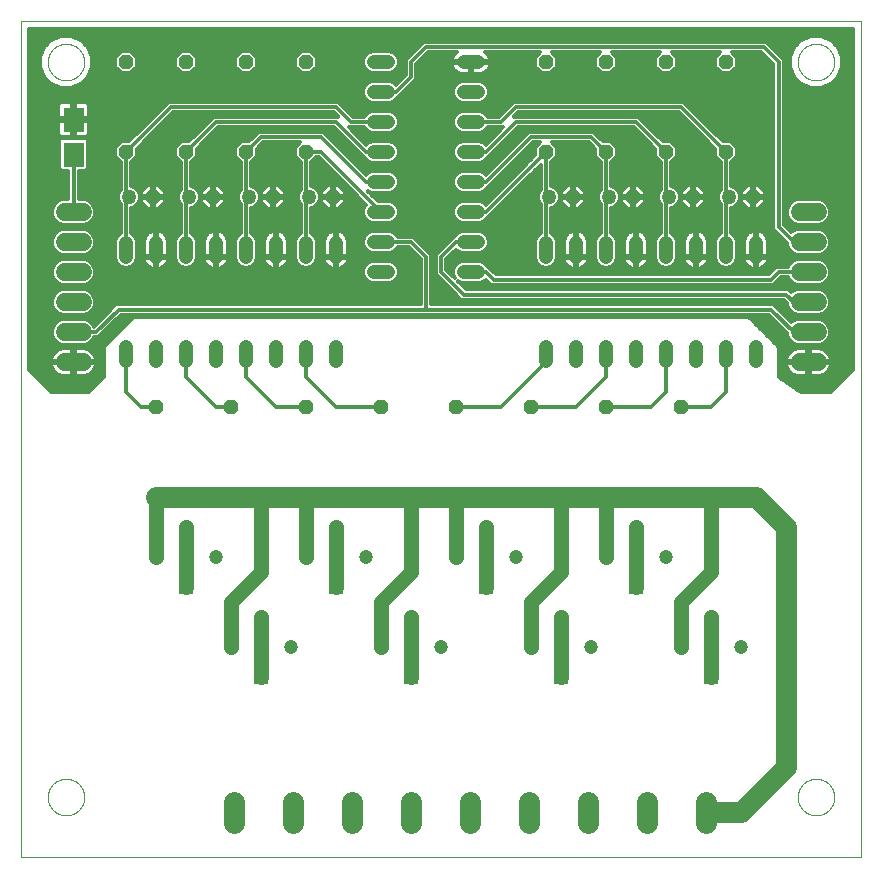
<source format=gtl>
G75*
%MOIN*%
%OFA0B0*%
%FSLAX25Y25*%
%IPPOS*%
%LPD*%
%AMOC8*
5,1,8,0,0,1.08239X$1,22.5*
%
%ADD10C,0.00000*%
%ADD11C,0.04800*%
%ADD12R,0.04724X0.04724*%
%ADD13C,0.04724*%
%ADD14C,0.07050*%
%ADD15OC8,0.04800*%
%ADD16OC8,0.05000*%
%ADD17C,0.05000*%
%ADD18C,0.06000*%
%ADD19R,0.07087X0.08465*%
%ADD20C,0.05000*%
%ADD21C,0.07000*%
%ADD22C,0.01200*%
D10*
X0001600Y0012379D02*
X0001600Y0291080D01*
X0281521Y0291080D01*
X0281521Y0012379D01*
X0001600Y0012379D01*
X0010498Y0032379D02*
X0010500Y0032535D01*
X0010506Y0032691D01*
X0010516Y0032846D01*
X0010530Y0033001D01*
X0010548Y0033156D01*
X0010570Y0033310D01*
X0010595Y0033464D01*
X0010625Y0033617D01*
X0010659Y0033769D01*
X0010696Y0033921D01*
X0010737Y0034071D01*
X0010782Y0034220D01*
X0010831Y0034368D01*
X0010884Y0034515D01*
X0010940Y0034660D01*
X0011000Y0034804D01*
X0011064Y0034946D01*
X0011132Y0035087D01*
X0011203Y0035225D01*
X0011277Y0035362D01*
X0011355Y0035497D01*
X0011436Y0035630D01*
X0011521Y0035761D01*
X0011609Y0035890D01*
X0011700Y0036016D01*
X0011795Y0036140D01*
X0011892Y0036261D01*
X0011993Y0036380D01*
X0012097Y0036497D01*
X0012203Y0036610D01*
X0012313Y0036721D01*
X0012425Y0036829D01*
X0012540Y0036934D01*
X0012658Y0037037D01*
X0012778Y0037136D01*
X0012901Y0037232D01*
X0013026Y0037325D01*
X0013153Y0037414D01*
X0013283Y0037501D01*
X0013415Y0037584D01*
X0013549Y0037663D01*
X0013685Y0037740D01*
X0013823Y0037812D01*
X0013962Y0037882D01*
X0014104Y0037947D01*
X0014247Y0038009D01*
X0014391Y0038067D01*
X0014537Y0038122D01*
X0014685Y0038173D01*
X0014833Y0038220D01*
X0014983Y0038263D01*
X0015134Y0038302D01*
X0015286Y0038338D01*
X0015438Y0038369D01*
X0015592Y0038397D01*
X0015746Y0038421D01*
X0015900Y0038441D01*
X0016055Y0038457D01*
X0016211Y0038469D01*
X0016366Y0038477D01*
X0016522Y0038481D01*
X0016678Y0038481D01*
X0016834Y0038477D01*
X0016989Y0038469D01*
X0017145Y0038457D01*
X0017300Y0038441D01*
X0017454Y0038421D01*
X0017608Y0038397D01*
X0017762Y0038369D01*
X0017914Y0038338D01*
X0018066Y0038302D01*
X0018217Y0038263D01*
X0018367Y0038220D01*
X0018515Y0038173D01*
X0018663Y0038122D01*
X0018809Y0038067D01*
X0018953Y0038009D01*
X0019096Y0037947D01*
X0019238Y0037882D01*
X0019377Y0037812D01*
X0019515Y0037740D01*
X0019651Y0037663D01*
X0019785Y0037584D01*
X0019917Y0037501D01*
X0020047Y0037414D01*
X0020174Y0037325D01*
X0020299Y0037232D01*
X0020422Y0037136D01*
X0020542Y0037037D01*
X0020660Y0036934D01*
X0020775Y0036829D01*
X0020887Y0036721D01*
X0020997Y0036610D01*
X0021103Y0036497D01*
X0021207Y0036380D01*
X0021308Y0036261D01*
X0021405Y0036140D01*
X0021500Y0036016D01*
X0021591Y0035890D01*
X0021679Y0035761D01*
X0021764Y0035630D01*
X0021845Y0035497D01*
X0021923Y0035362D01*
X0021997Y0035225D01*
X0022068Y0035087D01*
X0022136Y0034946D01*
X0022200Y0034804D01*
X0022260Y0034660D01*
X0022316Y0034515D01*
X0022369Y0034368D01*
X0022418Y0034220D01*
X0022463Y0034071D01*
X0022504Y0033921D01*
X0022541Y0033769D01*
X0022575Y0033617D01*
X0022605Y0033464D01*
X0022630Y0033310D01*
X0022652Y0033156D01*
X0022670Y0033001D01*
X0022684Y0032846D01*
X0022694Y0032691D01*
X0022700Y0032535D01*
X0022702Y0032379D01*
X0022700Y0032223D01*
X0022694Y0032067D01*
X0022684Y0031912D01*
X0022670Y0031757D01*
X0022652Y0031602D01*
X0022630Y0031448D01*
X0022605Y0031294D01*
X0022575Y0031141D01*
X0022541Y0030989D01*
X0022504Y0030837D01*
X0022463Y0030687D01*
X0022418Y0030538D01*
X0022369Y0030390D01*
X0022316Y0030243D01*
X0022260Y0030098D01*
X0022200Y0029954D01*
X0022136Y0029812D01*
X0022068Y0029671D01*
X0021997Y0029533D01*
X0021923Y0029396D01*
X0021845Y0029261D01*
X0021764Y0029128D01*
X0021679Y0028997D01*
X0021591Y0028868D01*
X0021500Y0028742D01*
X0021405Y0028618D01*
X0021308Y0028497D01*
X0021207Y0028378D01*
X0021103Y0028261D01*
X0020997Y0028148D01*
X0020887Y0028037D01*
X0020775Y0027929D01*
X0020660Y0027824D01*
X0020542Y0027721D01*
X0020422Y0027622D01*
X0020299Y0027526D01*
X0020174Y0027433D01*
X0020047Y0027344D01*
X0019917Y0027257D01*
X0019785Y0027174D01*
X0019651Y0027095D01*
X0019515Y0027018D01*
X0019377Y0026946D01*
X0019238Y0026876D01*
X0019096Y0026811D01*
X0018953Y0026749D01*
X0018809Y0026691D01*
X0018663Y0026636D01*
X0018515Y0026585D01*
X0018367Y0026538D01*
X0018217Y0026495D01*
X0018066Y0026456D01*
X0017914Y0026420D01*
X0017762Y0026389D01*
X0017608Y0026361D01*
X0017454Y0026337D01*
X0017300Y0026317D01*
X0017145Y0026301D01*
X0016989Y0026289D01*
X0016834Y0026281D01*
X0016678Y0026277D01*
X0016522Y0026277D01*
X0016366Y0026281D01*
X0016211Y0026289D01*
X0016055Y0026301D01*
X0015900Y0026317D01*
X0015746Y0026337D01*
X0015592Y0026361D01*
X0015438Y0026389D01*
X0015286Y0026420D01*
X0015134Y0026456D01*
X0014983Y0026495D01*
X0014833Y0026538D01*
X0014685Y0026585D01*
X0014537Y0026636D01*
X0014391Y0026691D01*
X0014247Y0026749D01*
X0014104Y0026811D01*
X0013962Y0026876D01*
X0013823Y0026946D01*
X0013685Y0027018D01*
X0013549Y0027095D01*
X0013415Y0027174D01*
X0013283Y0027257D01*
X0013153Y0027344D01*
X0013026Y0027433D01*
X0012901Y0027526D01*
X0012778Y0027622D01*
X0012658Y0027721D01*
X0012540Y0027824D01*
X0012425Y0027929D01*
X0012313Y0028037D01*
X0012203Y0028148D01*
X0012097Y0028261D01*
X0011993Y0028378D01*
X0011892Y0028497D01*
X0011795Y0028618D01*
X0011700Y0028742D01*
X0011609Y0028868D01*
X0011521Y0028997D01*
X0011436Y0029128D01*
X0011355Y0029261D01*
X0011277Y0029396D01*
X0011203Y0029533D01*
X0011132Y0029671D01*
X0011064Y0029812D01*
X0011000Y0029954D01*
X0010940Y0030098D01*
X0010884Y0030243D01*
X0010831Y0030390D01*
X0010782Y0030538D01*
X0010737Y0030687D01*
X0010696Y0030837D01*
X0010659Y0030989D01*
X0010625Y0031141D01*
X0010595Y0031294D01*
X0010570Y0031448D01*
X0010548Y0031602D01*
X0010530Y0031757D01*
X0010516Y0031912D01*
X0010506Y0032067D01*
X0010500Y0032223D01*
X0010498Y0032379D01*
X0010498Y0277379D02*
X0010500Y0277535D01*
X0010506Y0277691D01*
X0010516Y0277846D01*
X0010530Y0278001D01*
X0010548Y0278156D01*
X0010570Y0278310D01*
X0010595Y0278464D01*
X0010625Y0278617D01*
X0010659Y0278769D01*
X0010696Y0278921D01*
X0010737Y0279071D01*
X0010782Y0279220D01*
X0010831Y0279368D01*
X0010884Y0279515D01*
X0010940Y0279660D01*
X0011000Y0279804D01*
X0011064Y0279946D01*
X0011132Y0280087D01*
X0011203Y0280225D01*
X0011277Y0280362D01*
X0011355Y0280497D01*
X0011436Y0280630D01*
X0011521Y0280761D01*
X0011609Y0280890D01*
X0011700Y0281016D01*
X0011795Y0281140D01*
X0011892Y0281261D01*
X0011993Y0281380D01*
X0012097Y0281497D01*
X0012203Y0281610D01*
X0012313Y0281721D01*
X0012425Y0281829D01*
X0012540Y0281934D01*
X0012658Y0282037D01*
X0012778Y0282136D01*
X0012901Y0282232D01*
X0013026Y0282325D01*
X0013153Y0282414D01*
X0013283Y0282501D01*
X0013415Y0282584D01*
X0013549Y0282663D01*
X0013685Y0282740D01*
X0013823Y0282812D01*
X0013962Y0282882D01*
X0014104Y0282947D01*
X0014247Y0283009D01*
X0014391Y0283067D01*
X0014537Y0283122D01*
X0014685Y0283173D01*
X0014833Y0283220D01*
X0014983Y0283263D01*
X0015134Y0283302D01*
X0015286Y0283338D01*
X0015438Y0283369D01*
X0015592Y0283397D01*
X0015746Y0283421D01*
X0015900Y0283441D01*
X0016055Y0283457D01*
X0016211Y0283469D01*
X0016366Y0283477D01*
X0016522Y0283481D01*
X0016678Y0283481D01*
X0016834Y0283477D01*
X0016989Y0283469D01*
X0017145Y0283457D01*
X0017300Y0283441D01*
X0017454Y0283421D01*
X0017608Y0283397D01*
X0017762Y0283369D01*
X0017914Y0283338D01*
X0018066Y0283302D01*
X0018217Y0283263D01*
X0018367Y0283220D01*
X0018515Y0283173D01*
X0018663Y0283122D01*
X0018809Y0283067D01*
X0018953Y0283009D01*
X0019096Y0282947D01*
X0019238Y0282882D01*
X0019377Y0282812D01*
X0019515Y0282740D01*
X0019651Y0282663D01*
X0019785Y0282584D01*
X0019917Y0282501D01*
X0020047Y0282414D01*
X0020174Y0282325D01*
X0020299Y0282232D01*
X0020422Y0282136D01*
X0020542Y0282037D01*
X0020660Y0281934D01*
X0020775Y0281829D01*
X0020887Y0281721D01*
X0020997Y0281610D01*
X0021103Y0281497D01*
X0021207Y0281380D01*
X0021308Y0281261D01*
X0021405Y0281140D01*
X0021500Y0281016D01*
X0021591Y0280890D01*
X0021679Y0280761D01*
X0021764Y0280630D01*
X0021845Y0280497D01*
X0021923Y0280362D01*
X0021997Y0280225D01*
X0022068Y0280087D01*
X0022136Y0279946D01*
X0022200Y0279804D01*
X0022260Y0279660D01*
X0022316Y0279515D01*
X0022369Y0279368D01*
X0022418Y0279220D01*
X0022463Y0279071D01*
X0022504Y0278921D01*
X0022541Y0278769D01*
X0022575Y0278617D01*
X0022605Y0278464D01*
X0022630Y0278310D01*
X0022652Y0278156D01*
X0022670Y0278001D01*
X0022684Y0277846D01*
X0022694Y0277691D01*
X0022700Y0277535D01*
X0022702Y0277379D01*
X0022700Y0277223D01*
X0022694Y0277067D01*
X0022684Y0276912D01*
X0022670Y0276757D01*
X0022652Y0276602D01*
X0022630Y0276448D01*
X0022605Y0276294D01*
X0022575Y0276141D01*
X0022541Y0275989D01*
X0022504Y0275837D01*
X0022463Y0275687D01*
X0022418Y0275538D01*
X0022369Y0275390D01*
X0022316Y0275243D01*
X0022260Y0275098D01*
X0022200Y0274954D01*
X0022136Y0274812D01*
X0022068Y0274671D01*
X0021997Y0274533D01*
X0021923Y0274396D01*
X0021845Y0274261D01*
X0021764Y0274128D01*
X0021679Y0273997D01*
X0021591Y0273868D01*
X0021500Y0273742D01*
X0021405Y0273618D01*
X0021308Y0273497D01*
X0021207Y0273378D01*
X0021103Y0273261D01*
X0020997Y0273148D01*
X0020887Y0273037D01*
X0020775Y0272929D01*
X0020660Y0272824D01*
X0020542Y0272721D01*
X0020422Y0272622D01*
X0020299Y0272526D01*
X0020174Y0272433D01*
X0020047Y0272344D01*
X0019917Y0272257D01*
X0019785Y0272174D01*
X0019651Y0272095D01*
X0019515Y0272018D01*
X0019377Y0271946D01*
X0019238Y0271876D01*
X0019096Y0271811D01*
X0018953Y0271749D01*
X0018809Y0271691D01*
X0018663Y0271636D01*
X0018515Y0271585D01*
X0018367Y0271538D01*
X0018217Y0271495D01*
X0018066Y0271456D01*
X0017914Y0271420D01*
X0017762Y0271389D01*
X0017608Y0271361D01*
X0017454Y0271337D01*
X0017300Y0271317D01*
X0017145Y0271301D01*
X0016989Y0271289D01*
X0016834Y0271281D01*
X0016678Y0271277D01*
X0016522Y0271277D01*
X0016366Y0271281D01*
X0016211Y0271289D01*
X0016055Y0271301D01*
X0015900Y0271317D01*
X0015746Y0271337D01*
X0015592Y0271361D01*
X0015438Y0271389D01*
X0015286Y0271420D01*
X0015134Y0271456D01*
X0014983Y0271495D01*
X0014833Y0271538D01*
X0014685Y0271585D01*
X0014537Y0271636D01*
X0014391Y0271691D01*
X0014247Y0271749D01*
X0014104Y0271811D01*
X0013962Y0271876D01*
X0013823Y0271946D01*
X0013685Y0272018D01*
X0013549Y0272095D01*
X0013415Y0272174D01*
X0013283Y0272257D01*
X0013153Y0272344D01*
X0013026Y0272433D01*
X0012901Y0272526D01*
X0012778Y0272622D01*
X0012658Y0272721D01*
X0012540Y0272824D01*
X0012425Y0272929D01*
X0012313Y0273037D01*
X0012203Y0273148D01*
X0012097Y0273261D01*
X0011993Y0273378D01*
X0011892Y0273497D01*
X0011795Y0273618D01*
X0011700Y0273742D01*
X0011609Y0273868D01*
X0011521Y0273997D01*
X0011436Y0274128D01*
X0011355Y0274261D01*
X0011277Y0274396D01*
X0011203Y0274533D01*
X0011132Y0274671D01*
X0011064Y0274812D01*
X0011000Y0274954D01*
X0010940Y0275098D01*
X0010884Y0275243D01*
X0010831Y0275390D01*
X0010782Y0275538D01*
X0010737Y0275687D01*
X0010696Y0275837D01*
X0010659Y0275989D01*
X0010625Y0276141D01*
X0010595Y0276294D01*
X0010570Y0276448D01*
X0010548Y0276602D01*
X0010530Y0276757D01*
X0010516Y0276912D01*
X0010506Y0277067D01*
X0010500Y0277223D01*
X0010498Y0277379D01*
X0260498Y0277379D02*
X0260500Y0277535D01*
X0260506Y0277691D01*
X0260516Y0277846D01*
X0260530Y0278001D01*
X0260548Y0278156D01*
X0260570Y0278310D01*
X0260595Y0278464D01*
X0260625Y0278617D01*
X0260659Y0278769D01*
X0260696Y0278921D01*
X0260737Y0279071D01*
X0260782Y0279220D01*
X0260831Y0279368D01*
X0260884Y0279515D01*
X0260940Y0279660D01*
X0261000Y0279804D01*
X0261064Y0279946D01*
X0261132Y0280087D01*
X0261203Y0280225D01*
X0261277Y0280362D01*
X0261355Y0280497D01*
X0261436Y0280630D01*
X0261521Y0280761D01*
X0261609Y0280890D01*
X0261700Y0281016D01*
X0261795Y0281140D01*
X0261892Y0281261D01*
X0261993Y0281380D01*
X0262097Y0281497D01*
X0262203Y0281610D01*
X0262313Y0281721D01*
X0262425Y0281829D01*
X0262540Y0281934D01*
X0262658Y0282037D01*
X0262778Y0282136D01*
X0262901Y0282232D01*
X0263026Y0282325D01*
X0263153Y0282414D01*
X0263283Y0282501D01*
X0263415Y0282584D01*
X0263549Y0282663D01*
X0263685Y0282740D01*
X0263823Y0282812D01*
X0263962Y0282882D01*
X0264104Y0282947D01*
X0264247Y0283009D01*
X0264391Y0283067D01*
X0264537Y0283122D01*
X0264685Y0283173D01*
X0264833Y0283220D01*
X0264983Y0283263D01*
X0265134Y0283302D01*
X0265286Y0283338D01*
X0265438Y0283369D01*
X0265592Y0283397D01*
X0265746Y0283421D01*
X0265900Y0283441D01*
X0266055Y0283457D01*
X0266211Y0283469D01*
X0266366Y0283477D01*
X0266522Y0283481D01*
X0266678Y0283481D01*
X0266834Y0283477D01*
X0266989Y0283469D01*
X0267145Y0283457D01*
X0267300Y0283441D01*
X0267454Y0283421D01*
X0267608Y0283397D01*
X0267762Y0283369D01*
X0267914Y0283338D01*
X0268066Y0283302D01*
X0268217Y0283263D01*
X0268367Y0283220D01*
X0268515Y0283173D01*
X0268663Y0283122D01*
X0268809Y0283067D01*
X0268953Y0283009D01*
X0269096Y0282947D01*
X0269238Y0282882D01*
X0269377Y0282812D01*
X0269515Y0282740D01*
X0269651Y0282663D01*
X0269785Y0282584D01*
X0269917Y0282501D01*
X0270047Y0282414D01*
X0270174Y0282325D01*
X0270299Y0282232D01*
X0270422Y0282136D01*
X0270542Y0282037D01*
X0270660Y0281934D01*
X0270775Y0281829D01*
X0270887Y0281721D01*
X0270997Y0281610D01*
X0271103Y0281497D01*
X0271207Y0281380D01*
X0271308Y0281261D01*
X0271405Y0281140D01*
X0271500Y0281016D01*
X0271591Y0280890D01*
X0271679Y0280761D01*
X0271764Y0280630D01*
X0271845Y0280497D01*
X0271923Y0280362D01*
X0271997Y0280225D01*
X0272068Y0280087D01*
X0272136Y0279946D01*
X0272200Y0279804D01*
X0272260Y0279660D01*
X0272316Y0279515D01*
X0272369Y0279368D01*
X0272418Y0279220D01*
X0272463Y0279071D01*
X0272504Y0278921D01*
X0272541Y0278769D01*
X0272575Y0278617D01*
X0272605Y0278464D01*
X0272630Y0278310D01*
X0272652Y0278156D01*
X0272670Y0278001D01*
X0272684Y0277846D01*
X0272694Y0277691D01*
X0272700Y0277535D01*
X0272702Y0277379D01*
X0272700Y0277223D01*
X0272694Y0277067D01*
X0272684Y0276912D01*
X0272670Y0276757D01*
X0272652Y0276602D01*
X0272630Y0276448D01*
X0272605Y0276294D01*
X0272575Y0276141D01*
X0272541Y0275989D01*
X0272504Y0275837D01*
X0272463Y0275687D01*
X0272418Y0275538D01*
X0272369Y0275390D01*
X0272316Y0275243D01*
X0272260Y0275098D01*
X0272200Y0274954D01*
X0272136Y0274812D01*
X0272068Y0274671D01*
X0271997Y0274533D01*
X0271923Y0274396D01*
X0271845Y0274261D01*
X0271764Y0274128D01*
X0271679Y0273997D01*
X0271591Y0273868D01*
X0271500Y0273742D01*
X0271405Y0273618D01*
X0271308Y0273497D01*
X0271207Y0273378D01*
X0271103Y0273261D01*
X0270997Y0273148D01*
X0270887Y0273037D01*
X0270775Y0272929D01*
X0270660Y0272824D01*
X0270542Y0272721D01*
X0270422Y0272622D01*
X0270299Y0272526D01*
X0270174Y0272433D01*
X0270047Y0272344D01*
X0269917Y0272257D01*
X0269785Y0272174D01*
X0269651Y0272095D01*
X0269515Y0272018D01*
X0269377Y0271946D01*
X0269238Y0271876D01*
X0269096Y0271811D01*
X0268953Y0271749D01*
X0268809Y0271691D01*
X0268663Y0271636D01*
X0268515Y0271585D01*
X0268367Y0271538D01*
X0268217Y0271495D01*
X0268066Y0271456D01*
X0267914Y0271420D01*
X0267762Y0271389D01*
X0267608Y0271361D01*
X0267454Y0271337D01*
X0267300Y0271317D01*
X0267145Y0271301D01*
X0266989Y0271289D01*
X0266834Y0271281D01*
X0266678Y0271277D01*
X0266522Y0271277D01*
X0266366Y0271281D01*
X0266211Y0271289D01*
X0266055Y0271301D01*
X0265900Y0271317D01*
X0265746Y0271337D01*
X0265592Y0271361D01*
X0265438Y0271389D01*
X0265286Y0271420D01*
X0265134Y0271456D01*
X0264983Y0271495D01*
X0264833Y0271538D01*
X0264685Y0271585D01*
X0264537Y0271636D01*
X0264391Y0271691D01*
X0264247Y0271749D01*
X0264104Y0271811D01*
X0263962Y0271876D01*
X0263823Y0271946D01*
X0263685Y0272018D01*
X0263549Y0272095D01*
X0263415Y0272174D01*
X0263283Y0272257D01*
X0263153Y0272344D01*
X0263026Y0272433D01*
X0262901Y0272526D01*
X0262778Y0272622D01*
X0262658Y0272721D01*
X0262540Y0272824D01*
X0262425Y0272929D01*
X0262313Y0273037D01*
X0262203Y0273148D01*
X0262097Y0273261D01*
X0261993Y0273378D01*
X0261892Y0273497D01*
X0261795Y0273618D01*
X0261700Y0273742D01*
X0261609Y0273868D01*
X0261521Y0273997D01*
X0261436Y0274128D01*
X0261355Y0274261D01*
X0261277Y0274396D01*
X0261203Y0274533D01*
X0261132Y0274671D01*
X0261064Y0274812D01*
X0261000Y0274954D01*
X0260940Y0275098D01*
X0260884Y0275243D01*
X0260831Y0275390D01*
X0260782Y0275538D01*
X0260737Y0275687D01*
X0260696Y0275837D01*
X0260659Y0275989D01*
X0260625Y0276141D01*
X0260595Y0276294D01*
X0260570Y0276448D01*
X0260548Y0276602D01*
X0260530Y0276757D01*
X0260516Y0276912D01*
X0260506Y0277067D01*
X0260500Y0277223D01*
X0260498Y0277379D01*
X0260498Y0032379D02*
X0260500Y0032535D01*
X0260506Y0032691D01*
X0260516Y0032846D01*
X0260530Y0033001D01*
X0260548Y0033156D01*
X0260570Y0033310D01*
X0260595Y0033464D01*
X0260625Y0033617D01*
X0260659Y0033769D01*
X0260696Y0033921D01*
X0260737Y0034071D01*
X0260782Y0034220D01*
X0260831Y0034368D01*
X0260884Y0034515D01*
X0260940Y0034660D01*
X0261000Y0034804D01*
X0261064Y0034946D01*
X0261132Y0035087D01*
X0261203Y0035225D01*
X0261277Y0035362D01*
X0261355Y0035497D01*
X0261436Y0035630D01*
X0261521Y0035761D01*
X0261609Y0035890D01*
X0261700Y0036016D01*
X0261795Y0036140D01*
X0261892Y0036261D01*
X0261993Y0036380D01*
X0262097Y0036497D01*
X0262203Y0036610D01*
X0262313Y0036721D01*
X0262425Y0036829D01*
X0262540Y0036934D01*
X0262658Y0037037D01*
X0262778Y0037136D01*
X0262901Y0037232D01*
X0263026Y0037325D01*
X0263153Y0037414D01*
X0263283Y0037501D01*
X0263415Y0037584D01*
X0263549Y0037663D01*
X0263685Y0037740D01*
X0263823Y0037812D01*
X0263962Y0037882D01*
X0264104Y0037947D01*
X0264247Y0038009D01*
X0264391Y0038067D01*
X0264537Y0038122D01*
X0264685Y0038173D01*
X0264833Y0038220D01*
X0264983Y0038263D01*
X0265134Y0038302D01*
X0265286Y0038338D01*
X0265438Y0038369D01*
X0265592Y0038397D01*
X0265746Y0038421D01*
X0265900Y0038441D01*
X0266055Y0038457D01*
X0266211Y0038469D01*
X0266366Y0038477D01*
X0266522Y0038481D01*
X0266678Y0038481D01*
X0266834Y0038477D01*
X0266989Y0038469D01*
X0267145Y0038457D01*
X0267300Y0038441D01*
X0267454Y0038421D01*
X0267608Y0038397D01*
X0267762Y0038369D01*
X0267914Y0038338D01*
X0268066Y0038302D01*
X0268217Y0038263D01*
X0268367Y0038220D01*
X0268515Y0038173D01*
X0268663Y0038122D01*
X0268809Y0038067D01*
X0268953Y0038009D01*
X0269096Y0037947D01*
X0269238Y0037882D01*
X0269377Y0037812D01*
X0269515Y0037740D01*
X0269651Y0037663D01*
X0269785Y0037584D01*
X0269917Y0037501D01*
X0270047Y0037414D01*
X0270174Y0037325D01*
X0270299Y0037232D01*
X0270422Y0037136D01*
X0270542Y0037037D01*
X0270660Y0036934D01*
X0270775Y0036829D01*
X0270887Y0036721D01*
X0270997Y0036610D01*
X0271103Y0036497D01*
X0271207Y0036380D01*
X0271308Y0036261D01*
X0271405Y0036140D01*
X0271500Y0036016D01*
X0271591Y0035890D01*
X0271679Y0035761D01*
X0271764Y0035630D01*
X0271845Y0035497D01*
X0271923Y0035362D01*
X0271997Y0035225D01*
X0272068Y0035087D01*
X0272136Y0034946D01*
X0272200Y0034804D01*
X0272260Y0034660D01*
X0272316Y0034515D01*
X0272369Y0034368D01*
X0272418Y0034220D01*
X0272463Y0034071D01*
X0272504Y0033921D01*
X0272541Y0033769D01*
X0272575Y0033617D01*
X0272605Y0033464D01*
X0272630Y0033310D01*
X0272652Y0033156D01*
X0272670Y0033001D01*
X0272684Y0032846D01*
X0272694Y0032691D01*
X0272700Y0032535D01*
X0272702Y0032379D01*
X0272700Y0032223D01*
X0272694Y0032067D01*
X0272684Y0031912D01*
X0272670Y0031757D01*
X0272652Y0031602D01*
X0272630Y0031448D01*
X0272605Y0031294D01*
X0272575Y0031141D01*
X0272541Y0030989D01*
X0272504Y0030837D01*
X0272463Y0030687D01*
X0272418Y0030538D01*
X0272369Y0030390D01*
X0272316Y0030243D01*
X0272260Y0030098D01*
X0272200Y0029954D01*
X0272136Y0029812D01*
X0272068Y0029671D01*
X0271997Y0029533D01*
X0271923Y0029396D01*
X0271845Y0029261D01*
X0271764Y0029128D01*
X0271679Y0028997D01*
X0271591Y0028868D01*
X0271500Y0028742D01*
X0271405Y0028618D01*
X0271308Y0028497D01*
X0271207Y0028378D01*
X0271103Y0028261D01*
X0270997Y0028148D01*
X0270887Y0028037D01*
X0270775Y0027929D01*
X0270660Y0027824D01*
X0270542Y0027721D01*
X0270422Y0027622D01*
X0270299Y0027526D01*
X0270174Y0027433D01*
X0270047Y0027344D01*
X0269917Y0027257D01*
X0269785Y0027174D01*
X0269651Y0027095D01*
X0269515Y0027018D01*
X0269377Y0026946D01*
X0269238Y0026876D01*
X0269096Y0026811D01*
X0268953Y0026749D01*
X0268809Y0026691D01*
X0268663Y0026636D01*
X0268515Y0026585D01*
X0268367Y0026538D01*
X0268217Y0026495D01*
X0268066Y0026456D01*
X0267914Y0026420D01*
X0267762Y0026389D01*
X0267608Y0026361D01*
X0267454Y0026337D01*
X0267300Y0026317D01*
X0267145Y0026301D01*
X0266989Y0026289D01*
X0266834Y0026281D01*
X0266678Y0026277D01*
X0266522Y0026277D01*
X0266366Y0026281D01*
X0266211Y0026289D01*
X0266055Y0026301D01*
X0265900Y0026317D01*
X0265746Y0026337D01*
X0265592Y0026361D01*
X0265438Y0026389D01*
X0265286Y0026420D01*
X0265134Y0026456D01*
X0264983Y0026495D01*
X0264833Y0026538D01*
X0264685Y0026585D01*
X0264537Y0026636D01*
X0264391Y0026691D01*
X0264247Y0026749D01*
X0264104Y0026811D01*
X0263962Y0026876D01*
X0263823Y0026946D01*
X0263685Y0027018D01*
X0263549Y0027095D01*
X0263415Y0027174D01*
X0263283Y0027257D01*
X0263153Y0027344D01*
X0263026Y0027433D01*
X0262901Y0027526D01*
X0262778Y0027622D01*
X0262658Y0027721D01*
X0262540Y0027824D01*
X0262425Y0027929D01*
X0262313Y0028037D01*
X0262203Y0028148D01*
X0262097Y0028261D01*
X0261993Y0028378D01*
X0261892Y0028497D01*
X0261795Y0028618D01*
X0261700Y0028742D01*
X0261609Y0028868D01*
X0261521Y0028997D01*
X0261436Y0029128D01*
X0261355Y0029261D01*
X0261277Y0029396D01*
X0261203Y0029533D01*
X0261132Y0029671D01*
X0261064Y0029812D01*
X0261000Y0029954D01*
X0260940Y0030098D01*
X0260884Y0030243D01*
X0260831Y0030390D01*
X0260782Y0030538D01*
X0260737Y0030687D01*
X0260696Y0030837D01*
X0260659Y0030989D01*
X0260625Y0031141D01*
X0260595Y0031294D01*
X0260570Y0031448D01*
X0260548Y0031602D01*
X0260530Y0031757D01*
X0260516Y0031912D01*
X0260506Y0032067D01*
X0260500Y0032223D01*
X0260498Y0032379D01*
D11*
X0246600Y0177579D02*
X0246600Y0182379D01*
X0236600Y0182379D02*
X0236600Y0177579D01*
X0226600Y0177579D02*
X0226600Y0182379D01*
X0216600Y0182379D02*
X0216600Y0177579D01*
X0206600Y0177579D02*
X0206600Y0182379D01*
X0196600Y0182379D02*
X0196600Y0177579D01*
X0186600Y0177579D02*
X0186600Y0182379D01*
X0176600Y0182379D02*
X0176600Y0177579D01*
X0154000Y0207379D02*
X0149200Y0207379D01*
X0149200Y0217379D02*
X0154000Y0217379D01*
X0154000Y0227379D02*
X0149200Y0227379D01*
X0149200Y0237379D02*
X0154000Y0237379D01*
X0154000Y0247379D02*
X0149200Y0247379D01*
X0149200Y0257379D02*
X0154000Y0257379D01*
X0154000Y0267379D02*
X0149200Y0267379D01*
X0149200Y0277379D02*
X0154000Y0277379D01*
X0124000Y0277379D02*
X0119200Y0277379D01*
X0119200Y0267379D02*
X0124000Y0267379D01*
X0124000Y0257379D02*
X0119200Y0257379D01*
X0119200Y0247379D02*
X0124000Y0247379D01*
X0124000Y0237379D02*
X0119200Y0237379D01*
X0119200Y0227379D02*
X0124000Y0227379D01*
X0124000Y0217379D02*
X0119200Y0217379D01*
X0119200Y0207379D02*
X0124000Y0207379D01*
X0106600Y0212379D02*
X0106600Y0217179D01*
X0096600Y0217179D02*
X0096600Y0212379D01*
X0086600Y0212379D02*
X0086600Y0217179D01*
X0076600Y0217179D02*
X0076600Y0212379D01*
X0066600Y0212379D02*
X0066600Y0217179D01*
X0056600Y0217179D02*
X0056600Y0212379D01*
X0046600Y0212379D02*
X0046600Y0217179D01*
X0036600Y0217179D02*
X0036600Y0212379D01*
X0036600Y0182379D02*
X0036600Y0177579D01*
X0046600Y0177579D02*
X0046600Y0182379D01*
X0056600Y0182379D02*
X0056600Y0177579D01*
X0066600Y0177579D02*
X0066600Y0182379D01*
X0076600Y0182379D02*
X0076600Y0177579D01*
X0086600Y0177579D02*
X0086600Y0182379D01*
X0096600Y0182379D02*
X0096600Y0177579D01*
X0106600Y0177579D02*
X0106600Y0182379D01*
X0176600Y0212379D02*
X0176600Y0217179D01*
X0186600Y0217179D02*
X0186600Y0212379D01*
X0196600Y0212379D02*
X0196600Y0217179D01*
X0206600Y0217179D02*
X0206600Y0212379D01*
X0216600Y0212379D02*
X0216600Y0217179D01*
X0226600Y0217179D02*
X0226600Y0212379D01*
X0236600Y0212379D02*
X0236600Y0217179D01*
X0246600Y0217179D02*
X0246600Y0212379D01*
D12*
X0206600Y0102339D03*
X0181600Y0072339D03*
X0156600Y0102339D03*
X0131600Y0072339D03*
X0106600Y0102339D03*
X0081600Y0072339D03*
X0056600Y0102339D03*
X0231600Y0072339D03*
D13*
X0221561Y0082379D03*
X0231600Y0092418D03*
X0241639Y0082379D03*
X0216639Y0112379D03*
X0206600Y0122418D03*
X0196561Y0112379D03*
X0181600Y0092418D03*
X0191639Y0082379D03*
X0171561Y0082379D03*
X0141639Y0082379D03*
X0131600Y0092418D03*
X0121561Y0082379D03*
X0091639Y0082379D03*
X0081600Y0092418D03*
X0071561Y0082379D03*
X0066639Y0112379D03*
X0056600Y0122418D03*
X0046561Y0112379D03*
X0096561Y0112379D03*
X0106600Y0122418D03*
X0116639Y0112379D03*
X0146561Y0112379D03*
X0156600Y0122418D03*
X0166639Y0112379D03*
D14*
X0170891Y0030825D02*
X0170891Y0023775D01*
X0151206Y0023775D02*
X0151206Y0030825D01*
X0131521Y0030825D02*
X0131521Y0023775D01*
X0111836Y0023775D02*
X0111836Y0030825D01*
X0092151Y0030825D02*
X0092151Y0023775D01*
X0072466Y0023775D02*
X0072466Y0030825D01*
X0190576Y0030825D02*
X0190576Y0023775D01*
X0210261Y0023775D02*
X0210261Y0030825D01*
X0229946Y0030825D02*
X0229946Y0023775D01*
D15*
X0221600Y0132379D03*
X0196600Y0132379D03*
X0171600Y0132379D03*
X0146600Y0132379D03*
X0121600Y0132379D03*
X0096600Y0132379D03*
X0071600Y0132379D03*
X0046600Y0132379D03*
X0046600Y0162379D03*
X0071600Y0162379D03*
X0096600Y0162379D03*
X0121600Y0162379D03*
X0146600Y0162379D03*
X0171600Y0162379D03*
X0196600Y0162379D03*
X0221600Y0162379D03*
X0216600Y0247379D03*
X0196600Y0247379D03*
X0176600Y0247379D03*
X0176600Y0277379D03*
X0196600Y0277379D03*
X0216600Y0277379D03*
X0236600Y0277379D03*
X0236600Y0247379D03*
X0096600Y0247379D03*
X0076600Y0247379D03*
X0056600Y0247379D03*
X0036600Y0247379D03*
X0036600Y0277379D03*
X0056600Y0277379D03*
X0076600Y0277379D03*
X0096600Y0277379D03*
D16*
X0105600Y0232379D03*
X0085600Y0232379D03*
X0065600Y0232379D03*
X0045600Y0232379D03*
X0185600Y0232379D03*
X0205600Y0232379D03*
X0225600Y0232379D03*
X0245600Y0232379D03*
D17*
X0237600Y0232379D03*
X0217600Y0232379D03*
X0197600Y0232379D03*
X0177600Y0232379D03*
X0097600Y0232379D03*
X0077600Y0232379D03*
X0057600Y0232379D03*
X0037600Y0232379D03*
D18*
X0022100Y0227379D02*
X0016100Y0227379D01*
X0016100Y0217379D02*
X0022100Y0217379D01*
X0022100Y0207379D02*
X0016100Y0207379D01*
X0016100Y0197379D02*
X0022100Y0197379D01*
X0022100Y0187379D02*
X0016100Y0187379D01*
X0016100Y0177379D02*
X0022100Y0177379D01*
X0261100Y0177379D02*
X0267100Y0177379D01*
X0267100Y0187379D02*
X0261100Y0187379D01*
X0261100Y0197379D02*
X0267100Y0197379D01*
X0267100Y0207379D02*
X0261100Y0207379D01*
X0261100Y0217379D02*
X0267100Y0217379D01*
X0267100Y0227379D02*
X0261100Y0227379D01*
D19*
X0019100Y0246572D03*
X0019100Y0258186D03*
D20*
X0046600Y0132379D02*
X0046561Y0132339D01*
X0046561Y0112379D01*
X0056600Y0122418D02*
X0056600Y0102339D01*
X0071561Y0097339D02*
X0071561Y0082379D01*
X0081600Y0092418D02*
X0081600Y0072339D01*
X0071561Y0097339D02*
X0081600Y0107379D01*
X0081600Y0132379D01*
X0096561Y0132339D02*
X0096600Y0132379D01*
X0096561Y0132339D02*
X0096561Y0112379D01*
X0106600Y0122418D02*
X0106600Y0102339D01*
X0121561Y0097339D02*
X0131600Y0107379D01*
X0131600Y0132379D01*
X0146561Y0132339D02*
X0146600Y0132379D01*
X0146561Y0132339D02*
X0146561Y0112379D01*
X0156600Y0122418D02*
X0156600Y0102339D01*
X0171561Y0097339D02*
X0181600Y0107379D01*
X0181600Y0132379D01*
X0196561Y0132339D02*
X0196600Y0132379D01*
X0196561Y0132339D02*
X0196561Y0112379D01*
X0206600Y0122418D02*
X0206600Y0102339D01*
X0221561Y0097339D02*
X0221561Y0082379D01*
X0231600Y0092418D02*
X0231600Y0072339D01*
X0221561Y0097339D02*
X0231600Y0107379D01*
X0231600Y0132379D01*
X0181600Y0092418D02*
X0181600Y0072339D01*
X0171561Y0082379D02*
X0171561Y0097339D01*
X0131600Y0092418D02*
X0131600Y0072339D01*
X0121561Y0082379D02*
X0121561Y0097339D01*
D21*
X0121600Y0132379D02*
X0096600Y0132379D01*
X0081600Y0132379D01*
X0071600Y0132379D01*
X0046600Y0132379D01*
X0121600Y0132379D02*
X0131600Y0132379D01*
X0146600Y0132379D01*
X0171600Y0132379D01*
X0181600Y0132379D01*
X0196600Y0132379D01*
X0221600Y0132379D01*
X0231600Y0132379D01*
X0246600Y0132379D01*
X0256600Y0122379D01*
X0256600Y0042379D01*
X0241600Y0027379D01*
X0230025Y0027379D01*
X0229946Y0027300D01*
D22*
X0231600Y0162379D02*
X0221600Y0162379D01*
X0216600Y0167379D02*
X0216600Y0182379D01*
X0216600Y0167379D02*
X0211600Y0162379D01*
X0196600Y0162379D01*
X0196600Y0172379D02*
X0196600Y0182379D01*
X0196600Y0172379D02*
X0186600Y0162379D01*
X0171600Y0162379D01*
X0161600Y0162379D02*
X0176600Y0177379D01*
X0176600Y0182379D01*
X0161600Y0162379D02*
X0146600Y0162379D01*
X0121600Y0162379D02*
X0106600Y0162379D01*
X0096600Y0172379D01*
X0096600Y0182379D01*
X0076600Y0182379D02*
X0076600Y0172379D01*
X0086600Y0162379D01*
X0096600Y0162379D01*
X0071600Y0162379D02*
X0066600Y0162379D01*
X0056600Y0172379D01*
X0056600Y0182379D01*
X0039100Y0192379D02*
X0029100Y0182379D01*
X0029100Y0172379D01*
X0024100Y0167379D01*
X0011600Y0167379D01*
X0004200Y0174779D01*
X0004200Y0288480D01*
X0278921Y0288480D01*
X0278921Y0174700D01*
X0271600Y0167379D01*
X0261600Y0167379D01*
X0254100Y0172379D01*
X0254100Y0182379D01*
X0244100Y0192379D01*
X0039100Y0192379D01*
X0038877Y0192155D02*
X0033922Y0192155D01*
X0034846Y0193079D02*
X0250854Y0193079D01*
X0256900Y0187033D01*
X0256900Y0186543D01*
X0257539Y0185000D01*
X0258721Y0183818D01*
X0260265Y0183179D01*
X0267935Y0183179D01*
X0269479Y0183818D01*
X0270661Y0185000D01*
X0271300Y0186543D01*
X0271300Y0188214D01*
X0270661Y0189758D01*
X0269479Y0190939D01*
X0267935Y0191579D01*
X0260265Y0191579D01*
X0258721Y0190939D01*
X0258403Y0190621D01*
X0252346Y0196679D01*
X0138400Y0196679D01*
X0138400Y0213124D01*
X0137346Y0214179D01*
X0132346Y0219179D01*
X0127151Y0219179D01*
X0127052Y0219418D01*
X0126039Y0220431D01*
X0124716Y0220979D01*
X0118484Y0220979D01*
X0117161Y0220431D01*
X0116148Y0219418D01*
X0115600Y0218095D01*
X0115600Y0216663D01*
X0116148Y0215339D01*
X0117161Y0214327D01*
X0118484Y0213779D01*
X0124716Y0213779D01*
X0126039Y0214327D01*
X0127052Y0215339D01*
X0127151Y0215579D01*
X0130854Y0215579D01*
X0134800Y0211633D01*
X0134800Y0196679D01*
X0033354Y0196679D01*
X0032300Y0195624D01*
X0025887Y0189211D01*
X0025661Y0189758D01*
X0024479Y0190939D01*
X0022935Y0191579D01*
X0015265Y0191579D01*
X0013721Y0190939D01*
X0012539Y0189758D01*
X0011900Y0188214D01*
X0011900Y0186543D01*
X0012539Y0185000D01*
X0013721Y0183818D01*
X0015265Y0183179D01*
X0022935Y0183179D01*
X0024479Y0183818D01*
X0025661Y0185000D01*
X0025900Y0185579D01*
X0027346Y0185579D01*
X0034846Y0193079D01*
X0034100Y0194879D02*
X0136600Y0194879D01*
X0136600Y0212379D01*
X0131600Y0217379D01*
X0121600Y0217379D01*
X0116560Y0214927D02*
X0110600Y0214927D01*
X0110600Y0213729D02*
X0132705Y0213729D01*
X0133903Y0212530D02*
X0106800Y0212530D01*
X0106800Y0212579D02*
X0110600Y0212579D01*
X0110600Y0217573D01*
X0110446Y0218345D01*
X0110145Y0219073D01*
X0109707Y0219729D01*
X0109150Y0220286D01*
X0108495Y0220723D01*
X0107767Y0221025D01*
X0106994Y0221179D01*
X0106800Y0221179D01*
X0106800Y0212579D01*
X0106400Y0212579D01*
X0106400Y0221179D01*
X0106206Y0221179D01*
X0105433Y0221025D01*
X0104705Y0220723D01*
X0104050Y0220286D01*
X0103493Y0219729D01*
X0103055Y0219073D01*
X0102754Y0218345D01*
X0102600Y0217573D01*
X0102600Y0212579D01*
X0106400Y0212579D01*
X0106400Y0212179D01*
X0102600Y0212179D01*
X0102600Y0211985D01*
X0102754Y0211212D01*
X0103055Y0210484D01*
X0103493Y0209829D01*
X0104050Y0209272D01*
X0104705Y0208834D01*
X0105433Y0208532D01*
X0106206Y0208379D01*
X0106400Y0208379D01*
X0106400Y0212179D01*
X0106800Y0212179D01*
X0106800Y0212579D01*
X0106800Y0212179D02*
X0110600Y0212179D01*
X0110600Y0211985D01*
X0110446Y0211212D01*
X0110145Y0210484D01*
X0109707Y0209829D01*
X0109150Y0209272D01*
X0108495Y0208834D01*
X0107767Y0208532D01*
X0106994Y0208379D01*
X0106800Y0208379D01*
X0106800Y0212179D01*
X0106400Y0212530D02*
X0100200Y0212530D01*
X0100200Y0211663D02*
X0100200Y0217895D01*
X0099652Y0219218D01*
X0098639Y0220231D01*
X0098400Y0220330D01*
X0098400Y0228705D01*
X0099696Y0229242D01*
X0100737Y0230283D01*
X0101300Y0231643D01*
X0101300Y0233115D01*
X0100737Y0234475D01*
X0099696Y0235515D01*
X0098400Y0236052D01*
X0098400Y0244088D01*
X0099891Y0245579D01*
X0100854Y0245579D01*
X0116582Y0229852D01*
X0116148Y0229418D01*
X0115600Y0228095D01*
X0115600Y0226663D01*
X0116148Y0225339D01*
X0117161Y0224327D01*
X0118484Y0223779D01*
X0124716Y0223779D01*
X0126039Y0224327D01*
X0127052Y0225339D01*
X0127600Y0226663D01*
X0127600Y0228095D01*
X0127052Y0229418D01*
X0126039Y0230431D01*
X0124716Y0230979D01*
X0120546Y0230979D01*
X0117223Y0234301D01*
X0118484Y0233779D01*
X0124716Y0233779D01*
X0126039Y0234327D01*
X0127052Y0235339D01*
X0127600Y0236663D01*
X0127600Y0238095D01*
X0127052Y0239418D01*
X0126039Y0240431D01*
X0124716Y0240979D01*
X0118484Y0240979D01*
X0117161Y0240431D01*
X0116627Y0239897D01*
X0102346Y0254179D01*
X0080854Y0254179D01*
X0077654Y0250979D01*
X0075109Y0250979D01*
X0073000Y0248870D01*
X0073000Y0245888D01*
X0074800Y0244088D01*
X0074800Y0234811D01*
X0074463Y0234475D01*
X0073900Y0233115D01*
X0073900Y0231643D01*
X0074463Y0230283D01*
X0074800Y0229946D01*
X0074800Y0220330D01*
X0074561Y0220231D01*
X0073548Y0219218D01*
X0073000Y0217895D01*
X0073000Y0211663D01*
X0073548Y0210339D01*
X0074561Y0209327D01*
X0075884Y0208779D01*
X0077316Y0208779D01*
X0078639Y0209327D01*
X0079652Y0210339D01*
X0080200Y0211663D01*
X0080200Y0217895D01*
X0079652Y0219218D01*
X0078639Y0220231D01*
X0078400Y0220330D01*
X0078400Y0228705D01*
X0079696Y0229242D01*
X0080737Y0230283D01*
X0081300Y0231643D01*
X0081300Y0233115D01*
X0080737Y0234475D01*
X0079696Y0235515D01*
X0078400Y0236052D01*
X0078400Y0244088D01*
X0080200Y0245888D01*
X0080200Y0248433D01*
X0082346Y0250579D01*
X0094709Y0250579D01*
X0093000Y0248870D01*
X0093000Y0245888D01*
X0094800Y0244088D01*
X0094800Y0234811D01*
X0094463Y0234475D01*
X0093900Y0233115D01*
X0093900Y0231643D01*
X0094463Y0230283D01*
X0094800Y0229946D01*
X0094800Y0220330D01*
X0094561Y0220231D01*
X0093548Y0219218D01*
X0093000Y0217895D01*
X0093000Y0211663D01*
X0093548Y0210339D01*
X0094561Y0209327D01*
X0095884Y0208779D01*
X0097316Y0208779D01*
X0098639Y0209327D01*
X0099652Y0210339D01*
X0100200Y0211663D01*
X0100063Y0211332D02*
X0102730Y0211332D01*
X0103290Y0210133D02*
X0099446Y0210133D01*
X0097692Y0208935D02*
X0104555Y0208935D01*
X0106400Y0208935D02*
X0106800Y0208935D01*
X0106800Y0210133D02*
X0106400Y0210133D01*
X0106400Y0211332D02*
X0106800Y0211332D01*
X0106800Y0213729D02*
X0106400Y0213729D01*
X0106400Y0214927D02*
X0106800Y0214927D01*
X0106800Y0216126D02*
X0106400Y0216126D01*
X0106400Y0217324D02*
X0106800Y0217324D01*
X0106800Y0218523D02*
X0106400Y0218523D01*
X0106400Y0219721D02*
X0106800Y0219721D01*
X0106800Y0220920D02*
X0106400Y0220920D01*
X0105179Y0220920D02*
X0098400Y0220920D01*
X0098400Y0222118D02*
X0174800Y0222118D01*
X0174800Y0220920D02*
X0154859Y0220920D01*
X0154716Y0220979D02*
X0148484Y0220979D01*
X0147161Y0220431D01*
X0146148Y0219418D01*
X0146049Y0219179D01*
X0145854Y0219179D01*
X0144800Y0218124D01*
X0139800Y0213124D01*
X0139800Y0206633D01*
X0140854Y0205579D01*
X0148354Y0198079D01*
X0255854Y0198079D01*
X0256900Y0197033D01*
X0256900Y0196543D01*
X0257539Y0195000D01*
X0258721Y0193818D01*
X0260265Y0193179D01*
X0267935Y0193179D01*
X0269479Y0193818D01*
X0270661Y0195000D01*
X0271300Y0196543D01*
X0271300Y0198214D01*
X0270661Y0199758D01*
X0269479Y0200939D01*
X0267935Y0201579D01*
X0260265Y0201579D01*
X0258721Y0200939D01*
X0258403Y0200621D01*
X0258400Y0200624D01*
X0258400Y0200624D01*
X0257346Y0201679D01*
X0149846Y0201679D01*
X0147223Y0204301D01*
X0148484Y0203779D01*
X0154716Y0203779D01*
X0156039Y0204327D01*
X0156573Y0204860D01*
X0157300Y0204133D01*
X0158354Y0203079D01*
X0252346Y0203079D01*
X0254846Y0205579D01*
X0257300Y0205579D01*
X0257539Y0205000D01*
X0258721Y0203818D01*
X0260265Y0203179D01*
X0267935Y0203179D01*
X0269479Y0203818D01*
X0270661Y0205000D01*
X0271300Y0206543D01*
X0271300Y0208214D01*
X0270661Y0209758D01*
X0269479Y0210939D01*
X0267935Y0211579D01*
X0260265Y0211579D01*
X0258721Y0210939D01*
X0257539Y0209758D01*
X0257300Y0209179D01*
X0253354Y0209179D01*
X0252300Y0208124D01*
X0250854Y0206679D01*
X0159846Y0206679D01*
X0157346Y0209179D01*
X0157151Y0209179D01*
X0157052Y0209418D01*
X0156039Y0210431D01*
X0154716Y0210979D01*
X0148484Y0210979D01*
X0147161Y0210431D01*
X0146148Y0209418D01*
X0145600Y0208095D01*
X0145600Y0206663D01*
X0146122Y0205402D01*
X0143400Y0208124D01*
X0143400Y0211633D01*
X0146627Y0214860D01*
X0147161Y0214327D01*
X0148484Y0213779D01*
X0154716Y0213779D01*
X0156039Y0214327D01*
X0157052Y0215339D01*
X0157600Y0216663D01*
X0157600Y0218095D01*
X0157052Y0219418D01*
X0156039Y0220431D01*
X0154716Y0220979D01*
X0156749Y0219721D02*
X0174051Y0219721D01*
X0173548Y0219218D02*
X0173000Y0217895D01*
X0173000Y0211663D01*
X0173548Y0210339D01*
X0174561Y0209327D01*
X0175884Y0208779D01*
X0177316Y0208779D01*
X0178639Y0209327D01*
X0179652Y0210339D01*
X0180200Y0211663D01*
X0180200Y0217895D01*
X0179652Y0219218D01*
X0178639Y0220231D01*
X0178400Y0220330D01*
X0178400Y0228705D01*
X0179696Y0229242D01*
X0180737Y0230283D01*
X0181300Y0231643D01*
X0181300Y0233115D01*
X0180737Y0234475D01*
X0179696Y0235515D01*
X0178400Y0236052D01*
X0178400Y0244088D01*
X0180200Y0245888D01*
X0180200Y0248870D01*
X0178491Y0250579D01*
X0190854Y0250579D01*
X0193000Y0248433D01*
X0193000Y0245888D01*
X0194800Y0244088D01*
X0194800Y0234811D01*
X0194463Y0234475D01*
X0193900Y0233115D01*
X0193900Y0231643D01*
X0194463Y0230283D01*
X0194800Y0229946D01*
X0194800Y0220330D01*
X0194561Y0220231D01*
X0193548Y0219218D01*
X0193000Y0217895D01*
X0193000Y0211663D01*
X0193548Y0210339D01*
X0194561Y0209327D01*
X0195884Y0208779D01*
X0197316Y0208779D01*
X0198639Y0209327D01*
X0199652Y0210339D01*
X0200200Y0211663D01*
X0200200Y0217895D01*
X0199652Y0219218D01*
X0198639Y0220231D01*
X0198400Y0220330D01*
X0198400Y0228705D01*
X0199696Y0229242D01*
X0200737Y0230283D01*
X0201300Y0231643D01*
X0201300Y0233115D01*
X0200737Y0234475D01*
X0199696Y0235515D01*
X0198400Y0236052D01*
X0198400Y0244088D01*
X0200200Y0245888D01*
X0200200Y0248870D01*
X0198091Y0250979D01*
X0195546Y0250979D01*
X0192346Y0254179D01*
X0170854Y0254179D01*
X0169800Y0253124D01*
X0156573Y0239897D01*
X0156039Y0240431D01*
X0154716Y0240979D01*
X0148484Y0240979D01*
X0147161Y0240431D01*
X0146148Y0239418D01*
X0145600Y0238095D01*
X0145600Y0236663D01*
X0146148Y0235339D01*
X0147161Y0234327D01*
X0148484Y0233779D01*
X0154716Y0233779D01*
X0156039Y0234327D01*
X0157052Y0235339D01*
X0157151Y0235579D01*
X0157346Y0235579D01*
X0172346Y0250579D01*
X0174709Y0250579D01*
X0173000Y0248870D01*
X0173000Y0246324D01*
X0156573Y0229897D01*
X0156039Y0230431D01*
X0154716Y0230979D01*
X0148484Y0230979D01*
X0147161Y0230431D01*
X0146148Y0229418D01*
X0145600Y0228095D01*
X0145600Y0226663D01*
X0146148Y0225339D01*
X0147161Y0224327D01*
X0148484Y0223779D01*
X0154716Y0223779D01*
X0156039Y0224327D01*
X0157052Y0225339D01*
X0157151Y0225579D01*
X0157346Y0225579D01*
X0174800Y0243033D01*
X0174800Y0234811D01*
X0174463Y0234475D01*
X0173900Y0233115D01*
X0173900Y0231643D01*
X0174463Y0230283D01*
X0174800Y0229946D01*
X0174800Y0220330D01*
X0174561Y0220231D01*
X0173548Y0219218D01*
X0173260Y0218523D02*
X0157423Y0218523D01*
X0157600Y0217324D02*
X0173000Y0217324D01*
X0173000Y0216126D02*
X0157378Y0216126D01*
X0156640Y0214927D02*
X0173000Y0214927D01*
X0173000Y0213729D02*
X0145495Y0213729D01*
X0144297Y0212530D02*
X0173000Y0212530D01*
X0173137Y0211332D02*
X0143400Y0211332D01*
X0143400Y0210133D02*
X0146863Y0210133D01*
X0145948Y0208935D02*
X0143400Y0208935D01*
X0143788Y0207736D02*
X0145600Y0207736D01*
X0145652Y0206538D02*
X0144987Y0206538D01*
X0147384Y0204141D02*
X0147610Y0204141D01*
X0148582Y0202942D02*
X0278921Y0202942D01*
X0278921Y0201744D02*
X0149781Y0201744D01*
X0149100Y0199879D02*
X0141600Y0207379D01*
X0141600Y0212379D01*
X0146600Y0217379D01*
X0151600Y0217379D01*
X0148341Y0220920D02*
X0124859Y0220920D01*
X0126749Y0219721D02*
X0146451Y0219721D01*
X0145198Y0218523D02*
X0133002Y0218523D01*
X0134200Y0217324D02*
X0144000Y0217324D01*
X0142801Y0216126D02*
X0135399Y0216126D01*
X0136597Y0214927D02*
X0141603Y0214927D01*
X0140404Y0213729D02*
X0137796Y0213729D01*
X0138400Y0212530D02*
X0139800Y0212530D01*
X0139800Y0211332D02*
X0138400Y0211332D01*
X0138400Y0210133D02*
X0139800Y0210133D01*
X0139800Y0208935D02*
X0138400Y0208935D01*
X0138400Y0207736D02*
X0139800Y0207736D01*
X0139896Y0206538D02*
X0138400Y0206538D01*
X0138400Y0205339D02*
X0141094Y0205339D01*
X0142293Y0204141D02*
X0138400Y0204141D01*
X0138400Y0202942D02*
X0143491Y0202942D01*
X0144690Y0201744D02*
X0138400Y0201744D01*
X0138400Y0200545D02*
X0145888Y0200545D01*
X0147087Y0199347D02*
X0138400Y0199347D01*
X0138400Y0198148D02*
X0148285Y0198148D01*
X0149100Y0199879D02*
X0256600Y0199879D01*
X0259100Y0197379D01*
X0264100Y0197379D01*
X0268358Y0193354D02*
X0278921Y0193354D01*
X0278921Y0194552D02*
X0270213Y0194552D01*
X0270972Y0195751D02*
X0278921Y0195751D01*
X0278921Y0196949D02*
X0271300Y0196949D01*
X0271300Y0198148D02*
X0278921Y0198148D01*
X0278921Y0199347D02*
X0270831Y0199347D01*
X0269873Y0200545D02*
X0278921Y0200545D01*
X0278921Y0204141D02*
X0269802Y0204141D01*
X0270801Y0205339D02*
X0278921Y0205339D01*
X0278921Y0206538D02*
X0271298Y0206538D01*
X0271300Y0207736D02*
X0278921Y0207736D01*
X0278921Y0208935D02*
X0271002Y0208935D01*
X0270285Y0210133D02*
X0278921Y0210133D01*
X0278921Y0211332D02*
X0268532Y0211332D01*
X0267935Y0213179D02*
X0269479Y0213818D01*
X0270661Y0215000D01*
X0271300Y0216543D01*
X0271300Y0218214D01*
X0270661Y0219758D01*
X0269479Y0220939D01*
X0267935Y0221579D01*
X0260265Y0221579D01*
X0258721Y0220939D01*
X0258403Y0220621D01*
X0255900Y0223124D01*
X0255900Y0278124D01*
X0254846Y0279179D01*
X0249846Y0284179D01*
X0135854Y0284179D01*
X0134800Y0283124D01*
X0129800Y0278124D01*
X0129800Y0273124D01*
X0126573Y0269897D01*
X0126039Y0270431D01*
X0124716Y0270979D01*
X0118484Y0270979D01*
X0117161Y0270431D01*
X0116148Y0269418D01*
X0115600Y0268095D01*
X0115600Y0266663D01*
X0116148Y0265339D01*
X0117161Y0264327D01*
X0118484Y0263779D01*
X0124716Y0263779D01*
X0126039Y0264327D01*
X0127052Y0265339D01*
X0127151Y0265579D01*
X0127346Y0265579D01*
X0132346Y0270579D01*
X0133400Y0271633D01*
X0133400Y0276633D01*
X0137346Y0280579D01*
X0146789Y0280579D01*
X0146650Y0280486D01*
X0146093Y0279929D01*
X0145655Y0279273D01*
X0145354Y0278545D01*
X0145200Y0277773D01*
X0145200Y0277579D01*
X0151400Y0277579D01*
X0151400Y0277179D01*
X0145200Y0277179D01*
X0145200Y0276985D01*
X0145354Y0276212D01*
X0145655Y0275484D01*
X0146093Y0274829D01*
X0146650Y0274272D01*
X0147305Y0273834D01*
X0148033Y0273532D01*
X0148806Y0273379D01*
X0151400Y0273379D01*
X0151400Y0277179D01*
X0151800Y0277179D01*
X0151800Y0277579D01*
X0158000Y0277579D01*
X0158000Y0277773D01*
X0157846Y0278545D01*
X0157545Y0279273D01*
X0157107Y0279929D01*
X0156550Y0280486D01*
X0156411Y0280579D01*
X0174709Y0280579D01*
X0173000Y0278870D01*
X0173000Y0275888D01*
X0175109Y0273779D01*
X0178091Y0273779D01*
X0180200Y0275888D01*
X0180200Y0278870D01*
X0178491Y0280579D01*
X0194709Y0280579D01*
X0193000Y0278870D01*
X0193000Y0275888D01*
X0195109Y0273779D01*
X0198091Y0273779D01*
X0200200Y0275888D01*
X0200200Y0278870D01*
X0198491Y0280579D01*
X0214709Y0280579D01*
X0213000Y0278870D01*
X0213000Y0275888D01*
X0215109Y0273779D01*
X0218091Y0273779D01*
X0220200Y0275888D01*
X0220200Y0278870D01*
X0218491Y0280579D01*
X0234709Y0280579D01*
X0233000Y0278870D01*
X0233000Y0275888D01*
X0235109Y0273779D01*
X0238091Y0273779D01*
X0240200Y0275888D01*
X0240200Y0278870D01*
X0238491Y0280579D01*
X0248354Y0280579D01*
X0252300Y0276633D01*
X0252300Y0221633D01*
X0256900Y0217033D01*
X0256900Y0216543D01*
X0257539Y0215000D01*
X0258721Y0213818D01*
X0260265Y0213179D01*
X0267935Y0213179D01*
X0269263Y0213729D02*
X0278921Y0213729D01*
X0278921Y0214927D02*
X0270588Y0214927D01*
X0271127Y0216126D02*
X0278921Y0216126D01*
X0278921Y0217324D02*
X0271300Y0217324D01*
X0271172Y0218523D02*
X0278921Y0218523D01*
X0278921Y0219721D02*
X0270676Y0219721D01*
X0269499Y0220920D02*
X0278921Y0220920D01*
X0278921Y0222118D02*
X0256906Y0222118D01*
X0255900Y0223317D02*
X0259931Y0223317D01*
X0260265Y0223179D02*
X0258721Y0223818D01*
X0257539Y0225000D01*
X0256900Y0226543D01*
X0256900Y0228214D01*
X0257539Y0229758D01*
X0258721Y0230939D01*
X0260265Y0231579D01*
X0267935Y0231579D01*
X0269479Y0230939D01*
X0270661Y0229758D01*
X0271300Y0228214D01*
X0271300Y0226543D01*
X0270661Y0225000D01*
X0269479Y0223818D01*
X0267935Y0223179D01*
X0260265Y0223179D01*
X0258024Y0224515D02*
X0255900Y0224515D01*
X0255900Y0225714D02*
X0257244Y0225714D01*
X0256900Y0226912D02*
X0255900Y0226912D01*
X0255900Y0228111D02*
X0256900Y0228111D01*
X0257354Y0229309D02*
X0255900Y0229309D01*
X0255900Y0230508D02*
X0258289Y0230508D01*
X0255900Y0231706D02*
X0278921Y0231706D01*
X0278921Y0230508D02*
X0269911Y0230508D01*
X0270846Y0229309D02*
X0278921Y0229309D01*
X0278921Y0228111D02*
X0271300Y0228111D01*
X0271300Y0226912D02*
X0278921Y0226912D01*
X0278921Y0225714D02*
X0270956Y0225714D01*
X0270176Y0224515D02*
X0278921Y0224515D01*
X0278921Y0223317D02*
X0268269Y0223317D01*
X0264100Y0217379D02*
X0259100Y0217379D01*
X0254100Y0222379D01*
X0254100Y0277379D01*
X0249100Y0282379D01*
X0136600Y0282379D01*
X0131600Y0277379D01*
X0131600Y0272379D01*
X0126600Y0267379D01*
X0121600Y0267379D01*
X0117790Y0264066D02*
X0107458Y0264066D01*
X0107346Y0264179D02*
X0050854Y0264179D01*
X0049800Y0263124D01*
X0037654Y0250979D01*
X0035109Y0250979D01*
X0033000Y0248870D01*
X0033000Y0245888D01*
X0034800Y0244088D01*
X0034800Y0234811D01*
X0034463Y0234475D01*
X0033900Y0233115D01*
X0033900Y0231643D01*
X0034463Y0230283D01*
X0034800Y0229946D01*
X0034800Y0220330D01*
X0034561Y0220231D01*
X0033548Y0219218D01*
X0033000Y0217895D01*
X0033000Y0211663D01*
X0033548Y0210339D01*
X0034561Y0209327D01*
X0035884Y0208779D01*
X0037316Y0208779D01*
X0038639Y0209327D01*
X0039652Y0210339D01*
X0040200Y0211663D01*
X0040200Y0217895D01*
X0039652Y0219218D01*
X0038639Y0220231D01*
X0038400Y0220330D01*
X0038400Y0228705D01*
X0039696Y0229242D01*
X0040737Y0230283D01*
X0041300Y0231643D01*
X0041300Y0233115D01*
X0040737Y0234475D01*
X0039696Y0235515D01*
X0038400Y0236052D01*
X0038400Y0244088D01*
X0040200Y0245888D01*
X0040200Y0248433D01*
X0052346Y0260579D01*
X0105854Y0260579D01*
X0107254Y0259179D01*
X0065854Y0259179D01*
X0064800Y0258124D01*
X0057654Y0250979D01*
X0055109Y0250979D01*
X0053000Y0248870D01*
X0053000Y0245888D01*
X0054800Y0244088D01*
X0054800Y0234811D01*
X0054463Y0234475D01*
X0053900Y0233115D01*
X0053900Y0231643D01*
X0054463Y0230283D01*
X0054800Y0229946D01*
X0054800Y0220330D01*
X0054561Y0220231D01*
X0053548Y0219218D01*
X0053000Y0217895D01*
X0053000Y0211663D01*
X0053548Y0210339D01*
X0054561Y0209327D01*
X0055884Y0208779D01*
X0057316Y0208779D01*
X0058639Y0209327D01*
X0059652Y0210339D01*
X0060200Y0211663D01*
X0060200Y0217895D01*
X0059652Y0219218D01*
X0058639Y0220231D01*
X0058400Y0220330D01*
X0058400Y0228705D01*
X0059696Y0229242D01*
X0060737Y0230283D01*
X0061300Y0231643D01*
X0061300Y0233115D01*
X0060737Y0234475D01*
X0059696Y0235515D01*
X0058400Y0236052D01*
X0058400Y0244088D01*
X0060200Y0245888D01*
X0060200Y0248433D01*
X0067346Y0255579D01*
X0105854Y0255579D01*
X0114800Y0246633D01*
X0115854Y0245579D01*
X0116049Y0245579D01*
X0116148Y0245339D01*
X0117161Y0244327D01*
X0118484Y0243779D01*
X0124716Y0243779D01*
X0126039Y0244327D01*
X0127052Y0245339D01*
X0127600Y0246663D01*
X0127600Y0248095D01*
X0127052Y0249418D01*
X0126039Y0250431D01*
X0124716Y0250979D01*
X0118484Y0250979D01*
X0117161Y0250431D01*
X0116627Y0249897D01*
X0110946Y0255579D01*
X0116049Y0255579D01*
X0116148Y0255339D01*
X0117161Y0254327D01*
X0118484Y0253779D01*
X0124716Y0253779D01*
X0126039Y0254327D01*
X0127052Y0255339D01*
X0127600Y0256663D01*
X0127600Y0258095D01*
X0127052Y0259418D01*
X0126039Y0260431D01*
X0124716Y0260979D01*
X0118484Y0260979D01*
X0117161Y0260431D01*
X0116148Y0259418D01*
X0116049Y0259179D01*
X0112346Y0259179D01*
X0107346Y0264179D01*
X0108657Y0262868D02*
X0164543Y0262868D01*
X0165742Y0264066D02*
X0155410Y0264066D01*
X0156039Y0264327D02*
X0154716Y0263779D01*
X0148484Y0263779D01*
X0147161Y0264327D01*
X0146148Y0265339D01*
X0145600Y0266663D01*
X0145600Y0268095D01*
X0146148Y0269418D01*
X0147161Y0270431D01*
X0148484Y0270979D01*
X0154716Y0270979D01*
X0156039Y0270431D01*
X0157052Y0269418D01*
X0157600Y0268095D01*
X0157600Y0266663D01*
X0157052Y0265339D01*
X0156039Y0264327D01*
X0156977Y0265265D02*
X0252300Y0265265D01*
X0252300Y0266463D02*
X0157517Y0266463D01*
X0157600Y0267662D02*
X0252300Y0267662D01*
X0252300Y0268860D02*
X0157283Y0268860D01*
X0156411Y0270059D02*
X0252300Y0270059D01*
X0252300Y0271257D02*
X0133024Y0271257D01*
X0133400Y0272456D02*
X0252300Y0272456D01*
X0252300Y0273654D02*
X0155461Y0273654D01*
X0155167Y0273532D02*
X0155895Y0273834D01*
X0156550Y0274272D01*
X0157107Y0274829D01*
X0157545Y0275484D01*
X0157846Y0276212D01*
X0158000Y0276985D01*
X0158000Y0277179D01*
X0151800Y0277179D01*
X0151800Y0273379D01*
X0154394Y0273379D01*
X0155167Y0273532D01*
X0157123Y0274853D02*
X0174035Y0274853D01*
X0173000Y0276051D02*
X0157780Y0276051D01*
X0157866Y0278448D02*
X0173000Y0278448D01*
X0173000Y0277250D02*
X0151800Y0277250D01*
X0151400Y0277250D02*
X0134017Y0277250D01*
X0133400Y0276051D02*
X0145420Y0276051D01*
X0146077Y0274853D02*
X0133400Y0274853D01*
X0133400Y0273654D02*
X0147739Y0273654D01*
X0151400Y0273654D02*
X0151800Y0273654D01*
X0151800Y0274853D02*
X0151400Y0274853D01*
X0151400Y0276051D02*
X0151800Y0276051D01*
X0157295Y0279647D02*
X0173777Y0279647D01*
X0179423Y0279647D02*
X0193777Y0279647D01*
X0193000Y0278448D02*
X0180200Y0278448D01*
X0180200Y0277250D02*
X0193000Y0277250D01*
X0193000Y0276051D02*
X0180200Y0276051D01*
X0179165Y0274853D02*
X0194035Y0274853D01*
X0199165Y0274853D02*
X0214035Y0274853D01*
X0213000Y0276051D02*
X0200200Y0276051D01*
X0200200Y0277250D02*
X0213000Y0277250D01*
X0213000Y0278448D02*
X0200200Y0278448D01*
X0199423Y0279647D02*
X0213777Y0279647D01*
X0219423Y0279647D02*
X0233777Y0279647D01*
X0233000Y0278448D02*
X0220200Y0278448D01*
X0220200Y0277250D02*
X0233000Y0277250D01*
X0233000Y0276051D02*
X0220200Y0276051D01*
X0219165Y0274853D02*
X0234035Y0274853D01*
X0239165Y0274853D02*
X0252300Y0274853D01*
X0252300Y0276051D02*
X0240200Y0276051D01*
X0240200Y0277250D02*
X0251683Y0277250D01*
X0250485Y0278448D02*
X0240200Y0278448D01*
X0239423Y0279647D02*
X0249286Y0279647D01*
X0251981Y0282044D02*
X0259113Y0282044D01*
X0259222Y0282308D02*
X0257898Y0279110D01*
X0257898Y0275648D01*
X0259222Y0272449D01*
X0261670Y0270001D01*
X0264869Y0268676D01*
X0268331Y0268676D01*
X0271529Y0270001D01*
X0273977Y0272449D01*
X0275302Y0275648D01*
X0275302Y0279110D01*
X0273977Y0282308D01*
X0271529Y0284756D01*
X0268331Y0286081D01*
X0264869Y0286081D01*
X0261670Y0284756D01*
X0259222Y0282308D01*
X0260157Y0283242D02*
X0250782Y0283242D01*
X0253179Y0280845D02*
X0258617Y0280845D01*
X0258120Y0279647D02*
X0254378Y0279647D01*
X0255576Y0278448D02*
X0257898Y0278448D01*
X0257898Y0277250D02*
X0255900Y0277250D01*
X0255900Y0276051D02*
X0257898Y0276051D01*
X0258227Y0274853D02*
X0255900Y0274853D01*
X0255900Y0273654D02*
X0258723Y0273654D01*
X0259220Y0272456D02*
X0255900Y0272456D01*
X0255900Y0271257D02*
X0260415Y0271257D01*
X0261613Y0270059D02*
X0255900Y0270059D01*
X0255900Y0268860D02*
X0264425Y0268860D01*
X0268775Y0268860D02*
X0278921Y0268860D01*
X0278921Y0267662D02*
X0255900Y0267662D01*
X0255900Y0266463D02*
X0278921Y0266463D01*
X0278921Y0265265D02*
X0255900Y0265265D01*
X0255900Y0264066D02*
X0278921Y0264066D01*
X0278921Y0262868D02*
X0255900Y0262868D01*
X0255900Y0261669D02*
X0278921Y0261669D01*
X0278921Y0260471D02*
X0255900Y0260471D01*
X0255900Y0259272D02*
X0278921Y0259272D01*
X0278921Y0258074D02*
X0255900Y0258074D01*
X0255900Y0256875D02*
X0278921Y0256875D01*
X0278921Y0255677D02*
X0255900Y0255677D01*
X0255900Y0254478D02*
X0278921Y0254478D01*
X0278921Y0253280D02*
X0255900Y0253280D01*
X0255900Y0252081D02*
X0278921Y0252081D01*
X0278921Y0250882D02*
X0255900Y0250882D01*
X0255900Y0249684D02*
X0278921Y0249684D01*
X0278921Y0248485D02*
X0255900Y0248485D01*
X0255900Y0247287D02*
X0278921Y0247287D01*
X0278921Y0246088D02*
X0255900Y0246088D01*
X0255900Y0244890D02*
X0278921Y0244890D01*
X0278921Y0243691D02*
X0255900Y0243691D01*
X0255900Y0242493D02*
X0278921Y0242493D01*
X0278921Y0241294D02*
X0255900Y0241294D01*
X0255900Y0240096D02*
X0278921Y0240096D01*
X0278921Y0238897D02*
X0255900Y0238897D01*
X0255900Y0237699D02*
X0278921Y0237699D01*
X0278921Y0236500D02*
X0255900Y0236500D01*
X0255900Y0235302D02*
X0278921Y0235302D01*
X0278921Y0234103D02*
X0255900Y0234103D01*
X0255900Y0232905D02*
X0278921Y0232905D01*
X0278921Y0212530D02*
X0246800Y0212530D01*
X0246800Y0212579D02*
X0250600Y0212579D01*
X0250600Y0217573D01*
X0250446Y0218345D01*
X0250145Y0219073D01*
X0249707Y0219729D01*
X0249150Y0220286D01*
X0248495Y0220723D01*
X0247767Y0221025D01*
X0246994Y0221179D01*
X0246800Y0221179D01*
X0246800Y0212579D01*
X0246400Y0212579D01*
X0246400Y0221179D01*
X0246206Y0221179D01*
X0245433Y0221025D01*
X0244705Y0220723D01*
X0244050Y0220286D01*
X0243493Y0219729D01*
X0243055Y0219073D01*
X0242754Y0218345D01*
X0242600Y0217573D01*
X0242600Y0212579D01*
X0246400Y0212579D01*
X0246400Y0212179D01*
X0242600Y0212179D01*
X0242600Y0211985D01*
X0242754Y0211212D01*
X0243055Y0210484D01*
X0243493Y0209829D01*
X0244050Y0209272D01*
X0244705Y0208834D01*
X0245433Y0208532D01*
X0246206Y0208379D01*
X0246400Y0208379D01*
X0246400Y0212179D01*
X0246800Y0212179D01*
X0246800Y0212579D01*
X0246800Y0212179D02*
X0250600Y0212179D01*
X0250600Y0211985D01*
X0250446Y0211212D01*
X0250145Y0210484D01*
X0249707Y0209829D01*
X0249150Y0209272D01*
X0248495Y0208834D01*
X0247767Y0208532D01*
X0246994Y0208379D01*
X0246800Y0208379D01*
X0246800Y0212179D01*
X0246400Y0212530D02*
X0240200Y0212530D01*
X0240200Y0211663D02*
X0240200Y0217895D01*
X0239652Y0219218D01*
X0238639Y0220231D01*
X0238400Y0220330D01*
X0238400Y0228705D01*
X0239696Y0229242D01*
X0240737Y0230283D01*
X0241300Y0231643D01*
X0241300Y0233115D01*
X0240737Y0234475D01*
X0239696Y0235515D01*
X0238400Y0236052D01*
X0238400Y0244088D01*
X0240200Y0245888D01*
X0240200Y0248870D01*
X0238091Y0250979D01*
X0235546Y0250979D01*
X0223400Y0263124D01*
X0222346Y0264179D01*
X0165854Y0264179D01*
X0160854Y0259179D01*
X0157151Y0259179D01*
X0157052Y0259418D01*
X0156039Y0260431D01*
X0154716Y0260979D01*
X0148484Y0260979D01*
X0147161Y0260431D01*
X0146148Y0259418D01*
X0145600Y0258095D01*
X0145600Y0256663D01*
X0146148Y0255339D01*
X0147161Y0254327D01*
X0148484Y0253779D01*
X0154716Y0253779D01*
X0156039Y0254327D01*
X0157052Y0255339D01*
X0157151Y0255579D01*
X0162254Y0255579D01*
X0156573Y0249897D01*
X0156039Y0250431D01*
X0154716Y0250979D01*
X0148484Y0250979D01*
X0147161Y0250431D01*
X0146148Y0249418D01*
X0145600Y0248095D01*
X0145600Y0246663D01*
X0146148Y0245339D01*
X0147161Y0244327D01*
X0148484Y0243779D01*
X0154716Y0243779D01*
X0156039Y0244327D01*
X0157052Y0245339D01*
X0157151Y0245579D01*
X0157346Y0245579D01*
X0167346Y0255579D01*
X0205854Y0255579D01*
X0213000Y0248433D01*
X0213000Y0245888D01*
X0214800Y0244088D01*
X0214800Y0234811D01*
X0214463Y0234475D01*
X0213900Y0233115D01*
X0213900Y0231643D01*
X0214463Y0230283D01*
X0214800Y0229946D01*
X0214800Y0220330D01*
X0214561Y0220231D01*
X0213548Y0219218D01*
X0213000Y0217895D01*
X0213000Y0211663D01*
X0213548Y0210339D01*
X0214561Y0209327D01*
X0215884Y0208779D01*
X0217316Y0208779D01*
X0218639Y0209327D01*
X0219652Y0210339D01*
X0220200Y0211663D01*
X0220200Y0217895D01*
X0219652Y0219218D01*
X0218639Y0220231D01*
X0218400Y0220330D01*
X0218400Y0228705D01*
X0219696Y0229242D01*
X0220737Y0230283D01*
X0221300Y0231643D01*
X0221300Y0233115D01*
X0220737Y0234475D01*
X0219696Y0235515D01*
X0218400Y0236052D01*
X0218400Y0244088D01*
X0220200Y0245888D01*
X0220200Y0248870D01*
X0218091Y0250979D01*
X0215546Y0250979D01*
X0207346Y0259179D01*
X0165946Y0259179D01*
X0167346Y0260579D01*
X0220854Y0260579D01*
X0233000Y0248433D01*
X0233000Y0245888D01*
X0234800Y0244088D01*
X0234800Y0234811D01*
X0234463Y0234475D01*
X0233900Y0233115D01*
X0233900Y0231643D01*
X0234463Y0230283D01*
X0234800Y0229946D01*
X0234800Y0220330D01*
X0234561Y0220231D01*
X0233548Y0219218D01*
X0233000Y0217895D01*
X0233000Y0211663D01*
X0233548Y0210339D01*
X0234561Y0209327D01*
X0235884Y0208779D01*
X0237316Y0208779D01*
X0238639Y0209327D01*
X0239652Y0210339D01*
X0240200Y0211663D01*
X0240063Y0211332D02*
X0242730Y0211332D01*
X0243290Y0210133D02*
X0239446Y0210133D01*
X0237692Y0208935D02*
X0244555Y0208935D01*
X0246400Y0208935D02*
X0246800Y0208935D01*
X0246800Y0210133D02*
X0246400Y0210133D01*
X0246400Y0211332D02*
X0246800Y0211332D01*
X0246800Y0213729D02*
X0246400Y0213729D01*
X0246400Y0214927D02*
X0246800Y0214927D01*
X0246800Y0216126D02*
X0246400Y0216126D01*
X0246400Y0217324D02*
X0246800Y0217324D01*
X0246800Y0218523D02*
X0246400Y0218523D01*
X0246400Y0219721D02*
X0246800Y0219721D01*
X0246800Y0220920D02*
X0246400Y0220920D01*
X0245179Y0220920D02*
X0238400Y0220920D01*
X0238400Y0222118D02*
X0252300Y0222118D01*
X0252300Y0223317D02*
X0238400Y0223317D01*
X0238400Y0224515D02*
X0252300Y0224515D01*
X0252300Y0225714D02*
X0238400Y0225714D01*
X0238400Y0226912D02*
X0252300Y0226912D01*
X0252300Y0228111D02*
X0238400Y0228111D01*
X0239763Y0229309D02*
X0242871Y0229309D01*
X0243902Y0228279D02*
X0241500Y0230680D01*
X0241500Y0232179D01*
X0245400Y0232179D01*
X0245400Y0232579D01*
X0245400Y0236479D01*
X0243902Y0236479D01*
X0241500Y0234077D01*
X0241500Y0232579D01*
X0245400Y0232579D01*
X0245800Y0232579D01*
X0245800Y0236479D01*
X0247298Y0236479D01*
X0249700Y0234077D01*
X0249700Y0232579D01*
X0245800Y0232579D01*
X0245800Y0232179D01*
X0249700Y0232179D01*
X0249700Y0230680D01*
X0247298Y0228279D01*
X0245800Y0228279D01*
X0245800Y0232179D01*
X0245400Y0232179D01*
X0245400Y0228279D01*
X0243902Y0228279D01*
X0245400Y0229309D02*
X0245800Y0229309D01*
X0245800Y0230508D02*
X0245400Y0230508D01*
X0245400Y0231706D02*
X0245800Y0231706D01*
X0245800Y0232905D02*
X0245400Y0232905D01*
X0245400Y0234103D02*
X0245800Y0234103D01*
X0245800Y0235302D02*
X0245400Y0235302D01*
X0242725Y0235302D02*
X0239909Y0235302D01*
X0240891Y0234103D02*
X0241526Y0234103D01*
X0241500Y0232905D02*
X0241300Y0232905D01*
X0241300Y0231706D02*
X0241500Y0231706D01*
X0241673Y0230508D02*
X0240830Y0230508D01*
X0237600Y0232379D02*
X0236600Y0232379D01*
X0236600Y0212379D01*
X0233000Y0212530D02*
X0226800Y0212530D01*
X0226800Y0212579D02*
X0230600Y0212579D01*
X0230600Y0217573D01*
X0230446Y0218345D01*
X0230145Y0219073D01*
X0229707Y0219729D01*
X0229150Y0220286D01*
X0228495Y0220723D01*
X0227767Y0221025D01*
X0226994Y0221179D01*
X0226800Y0221179D01*
X0226800Y0212579D01*
X0226400Y0212579D01*
X0226400Y0221179D01*
X0226206Y0221179D01*
X0225433Y0221025D01*
X0224705Y0220723D01*
X0224050Y0220286D01*
X0223493Y0219729D01*
X0223055Y0219073D01*
X0222754Y0218345D01*
X0222600Y0217573D01*
X0222600Y0212579D01*
X0226400Y0212579D01*
X0226400Y0212179D01*
X0222600Y0212179D01*
X0222600Y0211985D01*
X0222754Y0211212D01*
X0223055Y0210484D01*
X0223493Y0209829D01*
X0224050Y0209272D01*
X0224705Y0208834D01*
X0225433Y0208532D01*
X0226206Y0208379D01*
X0226400Y0208379D01*
X0226400Y0212179D01*
X0226800Y0212179D01*
X0226800Y0212579D01*
X0226800Y0212179D02*
X0230600Y0212179D01*
X0230600Y0211985D01*
X0230446Y0211212D01*
X0230145Y0210484D01*
X0229707Y0209829D01*
X0229150Y0209272D01*
X0228495Y0208834D01*
X0227767Y0208532D01*
X0226994Y0208379D01*
X0226800Y0208379D01*
X0226800Y0212179D01*
X0226400Y0212530D02*
X0220200Y0212530D01*
X0220200Y0213729D02*
X0222600Y0213729D01*
X0222600Y0214927D02*
X0220200Y0214927D01*
X0220200Y0216126D02*
X0222600Y0216126D01*
X0222600Y0217324D02*
X0220200Y0217324D01*
X0219940Y0218523D02*
X0222827Y0218523D01*
X0223488Y0219721D02*
X0219149Y0219721D01*
X0218400Y0220920D02*
X0225179Y0220920D01*
X0226400Y0220920D02*
X0226800Y0220920D01*
X0226800Y0219721D02*
X0226400Y0219721D01*
X0226400Y0218523D02*
X0226800Y0218523D01*
X0226800Y0217324D02*
X0226400Y0217324D01*
X0226400Y0216126D02*
X0226800Y0216126D01*
X0226800Y0214927D02*
X0226400Y0214927D01*
X0226400Y0213729D02*
X0226800Y0213729D01*
X0226800Y0211332D02*
X0226400Y0211332D01*
X0226400Y0210133D02*
X0226800Y0210133D01*
X0226800Y0208935D02*
X0226400Y0208935D01*
X0224555Y0208935D02*
X0217692Y0208935D01*
X0219446Y0210133D02*
X0223290Y0210133D01*
X0222730Y0211332D02*
X0220063Y0211332D01*
X0216600Y0212379D02*
X0216600Y0232379D01*
X0217600Y0232379D01*
X0216600Y0232379D02*
X0216600Y0247379D01*
X0206600Y0257379D01*
X0166600Y0257379D01*
X0156600Y0247379D01*
X0151600Y0247379D01*
X0148252Y0250882D02*
X0124948Y0250882D01*
X0126786Y0249684D02*
X0146414Y0249684D01*
X0145762Y0248485D02*
X0127438Y0248485D01*
X0127600Y0247287D02*
X0145600Y0247287D01*
X0145838Y0246088D02*
X0127362Y0246088D01*
X0126602Y0244890D02*
X0146598Y0244890D01*
X0146826Y0240096D02*
X0126374Y0240096D01*
X0127268Y0238897D02*
X0145932Y0238897D01*
X0145600Y0237699D02*
X0127600Y0237699D01*
X0127533Y0236500D02*
X0145667Y0236500D01*
X0146186Y0235302D02*
X0127014Y0235302D01*
X0125500Y0234103D02*
X0147700Y0234103D01*
X0147347Y0230508D02*
X0125853Y0230508D01*
X0127097Y0229309D02*
X0146103Y0229309D01*
X0145607Y0228111D02*
X0127593Y0228111D01*
X0127600Y0226912D02*
X0145600Y0226912D01*
X0145993Y0225714D02*
X0127207Y0225714D01*
X0126228Y0224515D02*
X0146972Y0224515D01*
X0151600Y0227379D02*
X0156600Y0227379D01*
X0176600Y0247379D01*
X0176600Y0232379D01*
X0177600Y0232379D01*
X0176600Y0232379D02*
X0176600Y0212379D01*
X0180200Y0212530D02*
X0186400Y0212530D01*
X0186400Y0212579D02*
X0186400Y0212179D01*
X0182600Y0212179D01*
X0182600Y0211985D01*
X0182754Y0211212D01*
X0183055Y0210484D01*
X0183493Y0209829D01*
X0184050Y0209272D01*
X0184705Y0208834D01*
X0185433Y0208532D01*
X0186206Y0208379D01*
X0186400Y0208379D01*
X0186400Y0212179D01*
X0186800Y0212179D01*
X0186800Y0212579D01*
X0186400Y0212579D01*
X0186400Y0221179D01*
X0186206Y0221179D01*
X0185433Y0221025D01*
X0184705Y0220723D01*
X0184050Y0220286D01*
X0183493Y0219729D01*
X0183055Y0219073D01*
X0182754Y0218345D01*
X0182600Y0217573D01*
X0182600Y0212579D01*
X0186400Y0212579D01*
X0186800Y0212579D02*
X0186800Y0221179D01*
X0186994Y0221179D01*
X0187767Y0221025D01*
X0188495Y0220723D01*
X0189150Y0220286D01*
X0189707Y0219729D01*
X0190145Y0219073D01*
X0190446Y0218345D01*
X0190600Y0217573D01*
X0190600Y0212579D01*
X0186800Y0212579D01*
X0186800Y0212530D02*
X0193000Y0212530D01*
X0193000Y0213729D02*
X0190600Y0213729D01*
X0190600Y0214927D02*
X0193000Y0214927D01*
X0193000Y0216126D02*
X0190600Y0216126D01*
X0190600Y0217324D02*
X0193000Y0217324D01*
X0193260Y0218523D02*
X0190373Y0218523D01*
X0189712Y0219721D02*
X0194051Y0219721D01*
X0194800Y0220920D02*
X0188021Y0220920D01*
X0186800Y0220920D02*
X0186400Y0220920D01*
X0186400Y0219721D02*
X0186800Y0219721D01*
X0186800Y0218523D02*
X0186400Y0218523D01*
X0186400Y0217324D02*
X0186800Y0217324D01*
X0186800Y0216126D02*
X0186400Y0216126D01*
X0186400Y0214927D02*
X0186800Y0214927D01*
X0186800Y0213729D02*
X0186400Y0213729D01*
X0186800Y0212179D02*
X0190600Y0212179D01*
X0190600Y0211985D01*
X0190446Y0211212D01*
X0190145Y0210484D01*
X0189707Y0209829D01*
X0189150Y0209272D01*
X0188495Y0208834D01*
X0187767Y0208532D01*
X0186994Y0208379D01*
X0186800Y0208379D01*
X0186800Y0212179D01*
X0186800Y0211332D02*
X0186400Y0211332D01*
X0186400Y0210133D02*
X0186800Y0210133D01*
X0186800Y0208935D02*
X0186400Y0208935D01*
X0184555Y0208935D02*
X0177692Y0208935D01*
X0179446Y0210133D02*
X0183290Y0210133D01*
X0182730Y0211332D02*
X0180063Y0211332D01*
X0180200Y0213729D02*
X0182600Y0213729D01*
X0182600Y0214927D02*
X0180200Y0214927D01*
X0180200Y0216126D02*
X0182600Y0216126D01*
X0182600Y0217324D02*
X0180200Y0217324D01*
X0179940Y0218523D02*
X0182827Y0218523D01*
X0183488Y0219721D02*
X0179149Y0219721D01*
X0178400Y0220920D02*
X0185179Y0220920D01*
X0185400Y0228279D02*
X0183902Y0228279D01*
X0181500Y0230680D01*
X0181500Y0232179D01*
X0185400Y0232179D01*
X0185400Y0232579D01*
X0185400Y0236479D01*
X0183902Y0236479D01*
X0181500Y0234077D01*
X0181500Y0232579D01*
X0185400Y0232579D01*
X0185800Y0232579D01*
X0185800Y0236479D01*
X0187298Y0236479D01*
X0189700Y0234077D01*
X0189700Y0232579D01*
X0185800Y0232579D01*
X0185800Y0232179D01*
X0189700Y0232179D01*
X0189700Y0230680D01*
X0187298Y0228279D01*
X0185800Y0228279D01*
X0185800Y0232179D01*
X0185400Y0232179D01*
X0185400Y0228279D01*
X0185400Y0229309D02*
X0185800Y0229309D01*
X0185800Y0230508D02*
X0185400Y0230508D01*
X0185400Y0231706D02*
X0185800Y0231706D01*
X0185800Y0232905D02*
X0185400Y0232905D01*
X0185400Y0234103D02*
X0185800Y0234103D01*
X0185800Y0235302D02*
X0185400Y0235302D01*
X0182725Y0235302D02*
X0179909Y0235302D01*
X0180891Y0234103D02*
X0181526Y0234103D01*
X0181500Y0232905D02*
X0181300Y0232905D01*
X0181300Y0231706D02*
X0181500Y0231706D01*
X0181673Y0230508D02*
X0180830Y0230508D01*
X0179763Y0229309D02*
X0182871Y0229309D01*
X0178400Y0228111D02*
X0194800Y0228111D01*
X0194800Y0229309D02*
X0188329Y0229309D01*
X0189527Y0230508D02*
X0194370Y0230508D01*
X0193900Y0231706D02*
X0189700Y0231706D01*
X0189700Y0232905D02*
X0193900Y0232905D01*
X0194309Y0234103D02*
X0189674Y0234103D01*
X0188475Y0235302D02*
X0194800Y0235302D01*
X0194800Y0236500D02*
X0178400Y0236500D01*
X0178400Y0237699D02*
X0194800Y0237699D01*
X0194800Y0238897D02*
X0178400Y0238897D01*
X0178400Y0240096D02*
X0194800Y0240096D01*
X0194800Y0241294D02*
X0178400Y0241294D01*
X0178400Y0242493D02*
X0194800Y0242493D01*
X0194800Y0243691D02*
X0178400Y0243691D01*
X0179202Y0244890D02*
X0193998Y0244890D01*
X0193000Y0246088D02*
X0180200Y0246088D01*
X0180200Y0247287D02*
X0193000Y0247287D01*
X0192948Y0248485D02*
X0180200Y0248485D01*
X0179386Y0249684D02*
X0191749Y0249684D01*
X0191600Y0252379D02*
X0196600Y0247379D01*
X0196600Y0232379D01*
X0197600Y0232379D01*
X0196600Y0232379D02*
X0196600Y0212379D01*
X0200200Y0212530D02*
X0206400Y0212530D01*
X0206400Y0212579D02*
X0206400Y0212179D01*
X0202600Y0212179D01*
X0202600Y0211985D01*
X0202754Y0211212D01*
X0203055Y0210484D01*
X0203493Y0209829D01*
X0204050Y0209272D01*
X0204705Y0208834D01*
X0205433Y0208532D01*
X0206206Y0208379D01*
X0206400Y0208379D01*
X0206400Y0212179D01*
X0206800Y0212179D01*
X0206800Y0212579D01*
X0206400Y0212579D01*
X0206400Y0221179D01*
X0206206Y0221179D01*
X0205433Y0221025D01*
X0204705Y0220723D01*
X0204050Y0220286D01*
X0203493Y0219729D01*
X0203055Y0219073D01*
X0202754Y0218345D01*
X0202600Y0217573D01*
X0202600Y0212579D01*
X0206400Y0212579D01*
X0206800Y0212579D02*
X0206800Y0221179D01*
X0206994Y0221179D01*
X0207767Y0221025D01*
X0208495Y0220723D01*
X0209150Y0220286D01*
X0209707Y0219729D01*
X0210145Y0219073D01*
X0210446Y0218345D01*
X0210600Y0217573D01*
X0210600Y0212579D01*
X0206800Y0212579D01*
X0206800Y0212530D02*
X0213000Y0212530D01*
X0213000Y0213729D02*
X0210600Y0213729D01*
X0210600Y0214927D02*
X0213000Y0214927D01*
X0213000Y0216126D02*
X0210600Y0216126D01*
X0210600Y0217324D02*
X0213000Y0217324D01*
X0213260Y0218523D02*
X0210373Y0218523D01*
X0209712Y0219721D02*
X0214051Y0219721D01*
X0214800Y0220920D02*
X0208021Y0220920D01*
X0206800Y0220920D02*
X0206400Y0220920D01*
X0206400Y0219721D02*
X0206800Y0219721D01*
X0206800Y0218523D02*
X0206400Y0218523D01*
X0206400Y0217324D02*
X0206800Y0217324D01*
X0206800Y0216126D02*
X0206400Y0216126D01*
X0206400Y0214927D02*
X0206800Y0214927D01*
X0206800Y0213729D02*
X0206400Y0213729D01*
X0206800Y0212179D02*
X0210600Y0212179D01*
X0210600Y0211985D01*
X0210446Y0211212D01*
X0210145Y0210484D01*
X0209707Y0209829D01*
X0209150Y0209272D01*
X0208495Y0208834D01*
X0207767Y0208532D01*
X0206994Y0208379D01*
X0206800Y0208379D01*
X0206800Y0212179D01*
X0206800Y0211332D02*
X0206400Y0211332D01*
X0206400Y0210133D02*
X0206800Y0210133D01*
X0206800Y0208935D02*
X0206400Y0208935D01*
X0204555Y0208935D02*
X0197692Y0208935D01*
X0199446Y0210133D02*
X0203290Y0210133D01*
X0202730Y0211332D02*
X0200063Y0211332D01*
X0200200Y0213729D02*
X0202600Y0213729D01*
X0202600Y0214927D02*
X0200200Y0214927D01*
X0200200Y0216126D02*
X0202600Y0216126D01*
X0202600Y0217324D02*
X0200200Y0217324D01*
X0199940Y0218523D02*
X0202827Y0218523D01*
X0203488Y0219721D02*
X0199149Y0219721D01*
X0198400Y0220920D02*
X0205179Y0220920D01*
X0198400Y0222118D02*
X0214800Y0222118D01*
X0214800Y0223317D02*
X0198400Y0223317D01*
X0198400Y0224515D02*
X0214800Y0224515D01*
X0214800Y0225714D02*
X0198400Y0225714D01*
X0198400Y0226912D02*
X0214800Y0226912D01*
X0214800Y0228111D02*
X0198400Y0228111D01*
X0199763Y0229309D02*
X0202871Y0229309D01*
X0203902Y0228279D02*
X0201500Y0230680D01*
X0201500Y0232179D01*
X0205400Y0232179D01*
X0205400Y0232579D01*
X0205400Y0236479D01*
X0203902Y0236479D01*
X0201500Y0234077D01*
X0201500Y0232579D01*
X0205400Y0232579D01*
X0205800Y0232579D01*
X0205800Y0236479D01*
X0207298Y0236479D01*
X0209700Y0234077D01*
X0209700Y0232579D01*
X0205800Y0232579D01*
X0205800Y0232179D01*
X0209700Y0232179D01*
X0209700Y0230680D01*
X0207298Y0228279D01*
X0205800Y0228279D01*
X0205800Y0232179D01*
X0205400Y0232179D01*
X0205400Y0228279D01*
X0203902Y0228279D01*
X0205400Y0229309D02*
X0205800Y0229309D01*
X0205800Y0230508D02*
X0205400Y0230508D01*
X0205400Y0231706D02*
X0205800Y0231706D01*
X0205800Y0232905D02*
X0205400Y0232905D01*
X0205400Y0234103D02*
X0205800Y0234103D01*
X0205800Y0235302D02*
X0205400Y0235302D01*
X0202725Y0235302D02*
X0199909Y0235302D01*
X0200891Y0234103D02*
X0201526Y0234103D01*
X0201500Y0232905D02*
X0201300Y0232905D01*
X0201300Y0231706D02*
X0201500Y0231706D01*
X0201673Y0230508D02*
X0200830Y0230508D01*
X0198400Y0236500D02*
X0214800Y0236500D01*
X0214800Y0235302D02*
X0208475Y0235302D01*
X0209674Y0234103D02*
X0214309Y0234103D01*
X0213900Y0232905D02*
X0209700Y0232905D01*
X0209700Y0231706D02*
X0213900Y0231706D01*
X0214370Y0230508D02*
X0209527Y0230508D01*
X0208329Y0229309D02*
X0214800Y0229309D01*
X0218400Y0228111D02*
X0234800Y0228111D01*
X0234800Y0229309D02*
X0228329Y0229309D01*
X0227298Y0228279D02*
X0225800Y0228279D01*
X0225800Y0232179D01*
X0225800Y0232579D01*
X0225400Y0232579D01*
X0225400Y0236479D01*
X0223902Y0236479D01*
X0221500Y0234077D01*
X0221500Y0232579D01*
X0225400Y0232579D01*
X0225400Y0232179D01*
X0221500Y0232179D01*
X0221500Y0230680D01*
X0223902Y0228279D01*
X0225400Y0228279D01*
X0225400Y0232179D01*
X0225800Y0232179D01*
X0229700Y0232179D01*
X0229700Y0230680D01*
X0227298Y0228279D01*
X0225800Y0229309D02*
X0225400Y0229309D01*
X0225400Y0230508D02*
X0225800Y0230508D01*
X0225800Y0231706D02*
X0225400Y0231706D01*
X0225800Y0232579D02*
X0229700Y0232579D01*
X0229700Y0234077D01*
X0227298Y0236479D01*
X0225800Y0236479D01*
X0225800Y0232579D01*
X0225800Y0232905D02*
X0225400Y0232905D01*
X0225400Y0234103D02*
X0225800Y0234103D01*
X0225800Y0235302D02*
X0225400Y0235302D01*
X0222725Y0235302D02*
X0219909Y0235302D01*
X0220891Y0234103D02*
X0221526Y0234103D01*
X0221500Y0232905D02*
X0221300Y0232905D01*
X0221300Y0231706D02*
X0221500Y0231706D01*
X0221673Y0230508D02*
X0220830Y0230508D01*
X0219763Y0229309D02*
X0222871Y0229309D01*
X0218400Y0226912D02*
X0234800Y0226912D01*
X0234800Y0225714D02*
X0218400Y0225714D01*
X0218400Y0224515D02*
X0234800Y0224515D01*
X0234800Y0223317D02*
X0218400Y0223317D01*
X0218400Y0222118D02*
X0234800Y0222118D01*
X0234800Y0220920D02*
X0228021Y0220920D01*
X0229712Y0219721D02*
X0234051Y0219721D01*
X0233260Y0218523D02*
X0230373Y0218523D01*
X0230600Y0217324D02*
X0233000Y0217324D01*
X0233000Y0216126D02*
X0230600Y0216126D01*
X0230600Y0214927D02*
X0233000Y0214927D01*
X0233000Y0213729D02*
X0230600Y0213729D01*
X0230470Y0211332D02*
X0233137Y0211332D01*
X0233754Y0210133D02*
X0229910Y0210133D01*
X0228645Y0208935D02*
X0235508Y0208935D01*
X0240200Y0213729D02*
X0242600Y0213729D01*
X0242600Y0214927D02*
X0240200Y0214927D01*
X0240200Y0216126D02*
X0242600Y0216126D01*
X0242600Y0217324D02*
X0240200Y0217324D01*
X0239940Y0218523D02*
X0242827Y0218523D01*
X0243488Y0219721D02*
X0239149Y0219721D01*
X0248021Y0220920D02*
X0253013Y0220920D01*
X0254212Y0219721D02*
X0249712Y0219721D01*
X0250373Y0218523D02*
X0255410Y0218523D01*
X0256609Y0217324D02*
X0250600Y0217324D01*
X0250600Y0216126D02*
X0257073Y0216126D01*
X0257612Y0214927D02*
X0250600Y0214927D01*
X0250600Y0213729D02*
X0258937Y0213729D01*
X0259668Y0211332D02*
X0250470Y0211332D01*
X0249910Y0210133D02*
X0257915Y0210133D01*
X0254100Y0207379D02*
X0264100Y0207379D01*
X0258398Y0204141D02*
X0253407Y0204141D01*
X0254606Y0205339D02*
X0257399Y0205339D01*
X0254100Y0207379D02*
X0251600Y0204879D01*
X0159100Y0204879D01*
X0156600Y0207379D01*
X0151600Y0207379D01*
X0155590Y0204141D02*
X0157293Y0204141D01*
X0158788Y0207736D02*
X0251912Y0207736D01*
X0253110Y0208935D02*
X0248645Y0208935D01*
X0258105Y0220920D02*
X0258701Y0220920D01*
X0252300Y0229309D02*
X0248329Y0229309D01*
X0249527Y0230508D02*
X0252300Y0230508D01*
X0252300Y0231706D02*
X0249700Y0231706D01*
X0249700Y0232905D02*
X0252300Y0232905D01*
X0252300Y0234103D02*
X0249674Y0234103D01*
X0248475Y0235302D02*
X0252300Y0235302D01*
X0252300Y0236500D02*
X0238400Y0236500D01*
X0238400Y0237699D02*
X0252300Y0237699D01*
X0252300Y0238897D02*
X0238400Y0238897D01*
X0238400Y0240096D02*
X0252300Y0240096D01*
X0252300Y0241294D02*
X0238400Y0241294D01*
X0238400Y0242493D02*
X0252300Y0242493D01*
X0252300Y0243691D02*
X0238400Y0243691D01*
X0239202Y0244890D02*
X0252300Y0244890D01*
X0252300Y0246088D02*
X0240200Y0246088D01*
X0240200Y0247287D02*
X0252300Y0247287D01*
X0252300Y0248485D02*
X0240200Y0248485D01*
X0239386Y0249684D02*
X0252300Y0249684D01*
X0252300Y0250882D02*
X0238187Y0250882D01*
X0236600Y0247379D02*
X0221600Y0262379D01*
X0166600Y0262379D01*
X0161600Y0257379D01*
X0151600Y0257379D01*
X0147257Y0260471D02*
X0125943Y0260471D01*
X0127112Y0259272D02*
X0146088Y0259272D01*
X0145600Y0258074D02*
X0127600Y0258074D01*
X0127600Y0256875D02*
X0145600Y0256875D01*
X0146008Y0255677D02*
X0127192Y0255677D01*
X0126190Y0254478D02*
X0147010Y0254478D01*
X0154948Y0250882D02*
X0157558Y0250882D01*
X0158757Y0252081D02*
X0114443Y0252081D01*
X0113245Y0253280D02*
X0159955Y0253280D01*
X0161154Y0254478D02*
X0156190Y0254478D01*
X0157112Y0259272D02*
X0160948Y0259272D01*
X0162146Y0260471D02*
X0155943Y0260471D01*
X0163345Y0261669D02*
X0109855Y0261669D01*
X0111054Y0260471D02*
X0117257Y0260471D01*
X0116088Y0259272D02*
X0112252Y0259272D01*
X0111600Y0257379D02*
X0121600Y0257379D01*
X0117010Y0254478D02*
X0112046Y0254478D01*
X0111600Y0257379D02*
X0106600Y0262379D01*
X0051600Y0262379D01*
X0036600Y0247379D01*
X0036600Y0232379D01*
X0037600Y0232379D01*
X0036600Y0232379D02*
X0036600Y0212379D01*
X0033000Y0212530D02*
X0004200Y0212530D01*
X0004200Y0211332D02*
X0014668Y0211332D01*
X0015265Y0211579D02*
X0013721Y0210939D01*
X0012539Y0209758D01*
X0011900Y0208214D01*
X0011900Y0206543D01*
X0012539Y0205000D01*
X0013721Y0203818D01*
X0015265Y0203179D01*
X0022935Y0203179D01*
X0024479Y0203818D01*
X0025661Y0205000D01*
X0026300Y0206543D01*
X0026300Y0208214D01*
X0025661Y0209758D01*
X0024479Y0210939D01*
X0022935Y0211579D01*
X0015265Y0211579D01*
X0015265Y0213179D02*
X0013721Y0213818D01*
X0012539Y0215000D01*
X0011900Y0216543D01*
X0011900Y0218214D01*
X0012539Y0219758D01*
X0013721Y0220939D01*
X0015265Y0221579D01*
X0022935Y0221579D01*
X0024479Y0220939D01*
X0025661Y0219758D01*
X0026300Y0218214D01*
X0026300Y0216543D01*
X0025661Y0215000D01*
X0024479Y0213818D01*
X0022935Y0213179D01*
X0015265Y0213179D01*
X0013937Y0213729D02*
X0004200Y0213729D01*
X0004200Y0214927D02*
X0012612Y0214927D01*
X0012073Y0216126D02*
X0004200Y0216126D01*
X0004200Y0217324D02*
X0011900Y0217324D01*
X0012028Y0218523D02*
X0004200Y0218523D01*
X0004200Y0219721D02*
X0012524Y0219721D01*
X0013701Y0220920D02*
X0004200Y0220920D01*
X0004200Y0222118D02*
X0034800Y0222118D01*
X0034800Y0220920D02*
X0024499Y0220920D01*
X0025676Y0219721D02*
X0034051Y0219721D01*
X0033260Y0218523D02*
X0026172Y0218523D01*
X0026300Y0217324D02*
X0033000Y0217324D01*
X0033000Y0216126D02*
X0026127Y0216126D01*
X0025588Y0214927D02*
X0033000Y0214927D01*
X0033000Y0213729D02*
X0024263Y0213729D01*
X0023532Y0211332D02*
X0033137Y0211332D01*
X0033754Y0210133D02*
X0025285Y0210133D01*
X0026002Y0208935D02*
X0035508Y0208935D01*
X0037692Y0208935D02*
X0044555Y0208935D01*
X0044705Y0208834D02*
X0045433Y0208532D01*
X0046206Y0208379D01*
X0046400Y0208379D01*
X0046400Y0212179D01*
X0042600Y0212179D01*
X0042600Y0211985D01*
X0042754Y0211212D01*
X0043055Y0210484D01*
X0043493Y0209829D01*
X0044050Y0209272D01*
X0044705Y0208834D01*
X0046400Y0208935D02*
X0046800Y0208935D01*
X0046800Y0208379D02*
X0046994Y0208379D01*
X0047767Y0208532D01*
X0048495Y0208834D01*
X0049150Y0209272D01*
X0049707Y0209829D01*
X0050145Y0210484D01*
X0050446Y0211212D01*
X0050600Y0211985D01*
X0050600Y0212179D01*
X0046800Y0212179D01*
X0046800Y0212579D01*
X0046400Y0212579D01*
X0046400Y0221179D01*
X0046206Y0221179D01*
X0045433Y0221025D01*
X0044705Y0220723D01*
X0044050Y0220286D01*
X0043493Y0219729D01*
X0043055Y0219073D01*
X0042754Y0218345D01*
X0042600Y0217573D01*
X0042600Y0212579D01*
X0046400Y0212579D01*
X0046400Y0212179D01*
X0046800Y0212179D01*
X0046800Y0208379D01*
X0046800Y0210133D02*
X0046400Y0210133D01*
X0046400Y0211332D02*
X0046800Y0211332D01*
X0046800Y0212530D02*
X0053000Y0212530D01*
X0053000Y0213729D02*
X0050600Y0213729D01*
X0050600Y0212579D02*
X0050600Y0217573D01*
X0050446Y0218345D01*
X0050145Y0219073D01*
X0049707Y0219729D01*
X0049150Y0220286D01*
X0048495Y0220723D01*
X0047767Y0221025D01*
X0046994Y0221179D01*
X0046800Y0221179D01*
X0046800Y0212579D01*
X0050600Y0212579D01*
X0050470Y0211332D02*
X0053137Y0211332D01*
X0053754Y0210133D02*
X0049910Y0210133D01*
X0048645Y0208935D02*
X0055508Y0208935D01*
X0057692Y0208935D02*
X0064555Y0208935D01*
X0064705Y0208834D02*
X0065433Y0208532D01*
X0066206Y0208379D01*
X0066400Y0208379D01*
X0066400Y0212179D01*
X0062600Y0212179D01*
X0062600Y0211985D01*
X0062754Y0211212D01*
X0063055Y0210484D01*
X0063493Y0209829D01*
X0064050Y0209272D01*
X0064705Y0208834D01*
X0066400Y0208935D02*
X0066800Y0208935D01*
X0066800Y0208379D02*
X0066994Y0208379D01*
X0067767Y0208532D01*
X0068495Y0208834D01*
X0069150Y0209272D01*
X0069707Y0209829D01*
X0070145Y0210484D01*
X0070446Y0211212D01*
X0070600Y0211985D01*
X0070600Y0212179D01*
X0066800Y0212179D01*
X0066800Y0212579D01*
X0066400Y0212579D01*
X0066400Y0221179D01*
X0066206Y0221179D01*
X0065433Y0221025D01*
X0064705Y0220723D01*
X0064050Y0220286D01*
X0063493Y0219729D01*
X0063055Y0219073D01*
X0062754Y0218345D01*
X0062600Y0217573D01*
X0062600Y0212579D01*
X0066400Y0212579D01*
X0066400Y0212179D01*
X0066800Y0212179D01*
X0066800Y0208379D01*
X0066800Y0210133D02*
X0066400Y0210133D01*
X0066400Y0211332D02*
X0066800Y0211332D01*
X0066800Y0212530D02*
X0073000Y0212530D01*
X0073000Y0213729D02*
X0070600Y0213729D01*
X0070600Y0212579D02*
X0070600Y0217573D01*
X0070446Y0218345D01*
X0070145Y0219073D01*
X0069707Y0219729D01*
X0069150Y0220286D01*
X0068495Y0220723D01*
X0067767Y0221025D01*
X0066994Y0221179D01*
X0066800Y0221179D01*
X0066800Y0212579D01*
X0070600Y0212579D01*
X0070470Y0211332D02*
X0073137Y0211332D01*
X0073754Y0210133D02*
X0069910Y0210133D01*
X0068645Y0208935D02*
X0075508Y0208935D01*
X0077692Y0208935D02*
X0084555Y0208935D01*
X0084705Y0208834D02*
X0085433Y0208532D01*
X0086206Y0208379D01*
X0086400Y0208379D01*
X0086400Y0212179D01*
X0082600Y0212179D01*
X0082600Y0211985D01*
X0082754Y0211212D01*
X0083055Y0210484D01*
X0083493Y0209829D01*
X0084050Y0209272D01*
X0084705Y0208834D01*
X0086400Y0208935D02*
X0086800Y0208935D01*
X0086800Y0208379D02*
X0086994Y0208379D01*
X0087767Y0208532D01*
X0088495Y0208834D01*
X0089150Y0209272D01*
X0089707Y0209829D01*
X0090145Y0210484D01*
X0090446Y0211212D01*
X0090600Y0211985D01*
X0090600Y0212179D01*
X0086800Y0212179D01*
X0086800Y0212579D01*
X0086400Y0212579D01*
X0086400Y0221179D01*
X0086206Y0221179D01*
X0085433Y0221025D01*
X0084705Y0220723D01*
X0084050Y0220286D01*
X0083493Y0219729D01*
X0083055Y0219073D01*
X0082754Y0218345D01*
X0082600Y0217573D01*
X0082600Y0212579D01*
X0086400Y0212579D01*
X0086400Y0212179D01*
X0086800Y0212179D01*
X0086800Y0208379D01*
X0086800Y0210133D02*
X0086400Y0210133D01*
X0086400Y0211332D02*
X0086800Y0211332D01*
X0086800Y0212530D02*
X0093000Y0212530D01*
X0093000Y0213729D02*
X0090600Y0213729D01*
X0090600Y0212579D02*
X0090600Y0217573D01*
X0090446Y0218345D01*
X0090145Y0219073D01*
X0089707Y0219729D01*
X0089150Y0220286D01*
X0088495Y0220723D01*
X0087767Y0221025D01*
X0086994Y0221179D01*
X0086800Y0221179D01*
X0086800Y0212579D01*
X0090600Y0212579D01*
X0090470Y0211332D02*
X0093137Y0211332D01*
X0093754Y0210133D02*
X0089910Y0210133D01*
X0088645Y0208935D02*
X0095508Y0208935D01*
X0096600Y0212379D02*
X0096600Y0232379D01*
X0097600Y0232379D01*
X0096600Y0232379D02*
X0096600Y0247379D01*
X0101600Y0247379D01*
X0121600Y0227379D01*
X0119818Y0231706D02*
X0158382Y0231706D01*
X0157183Y0230508D02*
X0155853Y0230508D01*
X0155500Y0234103D02*
X0160779Y0234103D01*
X0159581Y0232905D02*
X0118619Y0232905D01*
X0117700Y0234103D02*
X0117421Y0234103D01*
X0116600Y0237379D02*
X0121600Y0237379D01*
X0116600Y0237379D02*
X0101600Y0252379D01*
X0081600Y0252379D01*
X0076600Y0247379D01*
X0076600Y0232379D01*
X0077600Y0232379D01*
X0076600Y0232379D02*
X0076600Y0212379D01*
X0080200Y0212530D02*
X0086400Y0212530D01*
X0086400Y0213729D02*
X0086800Y0213729D01*
X0086800Y0214927D02*
X0086400Y0214927D01*
X0086400Y0216126D02*
X0086800Y0216126D01*
X0086800Y0217324D02*
X0086400Y0217324D01*
X0086400Y0218523D02*
X0086800Y0218523D01*
X0086800Y0219721D02*
X0086400Y0219721D01*
X0086400Y0220920D02*
X0086800Y0220920D01*
X0088021Y0220920D02*
X0094800Y0220920D01*
X0094800Y0222118D02*
X0078400Y0222118D01*
X0078400Y0220920D02*
X0085179Y0220920D01*
X0083488Y0219721D02*
X0079149Y0219721D01*
X0079940Y0218523D02*
X0082827Y0218523D01*
X0082600Y0217324D02*
X0080200Y0217324D01*
X0080200Y0216126D02*
X0082600Y0216126D01*
X0082600Y0214927D02*
X0080200Y0214927D01*
X0080200Y0213729D02*
X0082600Y0213729D01*
X0082730Y0211332D02*
X0080063Y0211332D01*
X0079446Y0210133D02*
X0083290Y0210133D01*
X0090600Y0214927D02*
X0093000Y0214927D01*
X0093000Y0216126D02*
X0090600Y0216126D01*
X0090600Y0217324D02*
X0093000Y0217324D01*
X0093260Y0218523D02*
X0090373Y0218523D01*
X0089712Y0219721D02*
X0094051Y0219721D01*
X0094800Y0223317D02*
X0078400Y0223317D01*
X0078400Y0224515D02*
X0094800Y0224515D01*
X0094800Y0225714D02*
X0078400Y0225714D01*
X0078400Y0226912D02*
X0094800Y0226912D01*
X0094800Y0228111D02*
X0078400Y0228111D01*
X0079763Y0229309D02*
X0082871Y0229309D01*
X0083902Y0228279D02*
X0085400Y0228279D01*
X0085400Y0232179D01*
X0081500Y0232179D01*
X0081500Y0230680D01*
X0083902Y0228279D01*
X0085400Y0229309D02*
X0085800Y0229309D01*
X0085800Y0228279D02*
X0085800Y0232179D01*
X0085800Y0232579D01*
X0085400Y0232579D01*
X0085400Y0236479D01*
X0083902Y0236479D01*
X0081500Y0234077D01*
X0081500Y0232579D01*
X0085400Y0232579D01*
X0085400Y0232179D01*
X0085800Y0232179D01*
X0089700Y0232179D01*
X0089700Y0230680D01*
X0087298Y0228279D01*
X0085800Y0228279D01*
X0085800Y0230508D02*
X0085400Y0230508D01*
X0085400Y0231706D02*
X0085800Y0231706D01*
X0085800Y0232579D02*
X0089700Y0232579D01*
X0089700Y0234077D01*
X0087298Y0236479D01*
X0085800Y0236479D01*
X0085800Y0232579D01*
X0085800Y0232905D02*
X0085400Y0232905D01*
X0085400Y0234103D02*
X0085800Y0234103D01*
X0085800Y0235302D02*
X0085400Y0235302D01*
X0082725Y0235302D02*
X0079909Y0235302D01*
X0080891Y0234103D02*
X0081526Y0234103D01*
X0081500Y0232905D02*
X0081300Y0232905D01*
X0081300Y0231706D02*
X0081500Y0231706D01*
X0081673Y0230508D02*
X0080830Y0230508D01*
X0074800Y0229309D02*
X0068329Y0229309D01*
X0067298Y0228279D02*
X0069700Y0230680D01*
X0069700Y0232179D01*
X0065800Y0232179D01*
X0065800Y0232579D01*
X0065400Y0232579D01*
X0065400Y0236479D01*
X0063902Y0236479D01*
X0061500Y0234077D01*
X0061500Y0232579D01*
X0065400Y0232579D01*
X0065400Y0232179D01*
X0061500Y0232179D01*
X0061500Y0230680D01*
X0063902Y0228279D01*
X0065400Y0228279D01*
X0065400Y0232179D01*
X0065800Y0232179D01*
X0065800Y0228279D01*
X0067298Y0228279D01*
X0065800Y0229309D02*
X0065400Y0229309D01*
X0065400Y0230508D02*
X0065800Y0230508D01*
X0065800Y0231706D02*
X0065400Y0231706D01*
X0065800Y0232579D02*
X0069700Y0232579D01*
X0069700Y0234077D01*
X0067298Y0236479D01*
X0065800Y0236479D01*
X0065800Y0232579D01*
X0065800Y0232905D02*
X0065400Y0232905D01*
X0065400Y0234103D02*
X0065800Y0234103D01*
X0065800Y0235302D02*
X0065400Y0235302D01*
X0062725Y0235302D02*
X0059909Y0235302D01*
X0060891Y0234103D02*
X0061526Y0234103D01*
X0061500Y0232905D02*
X0061300Y0232905D01*
X0061300Y0231706D02*
X0061500Y0231706D01*
X0061673Y0230508D02*
X0060830Y0230508D01*
X0059763Y0229309D02*
X0062871Y0229309D01*
X0058400Y0228111D02*
X0074800Y0228111D01*
X0074800Y0226912D02*
X0058400Y0226912D01*
X0058400Y0225714D02*
X0074800Y0225714D01*
X0074800Y0224515D02*
X0058400Y0224515D01*
X0058400Y0223317D02*
X0074800Y0223317D01*
X0074800Y0222118D02*
X0058400Y0222118D01*
X0058400Y0220920D02*
X0065179Y0220920D01*
X0066400Y0220920D02*
X0066800Y0220920D01*
X0066800Y0219721D02*
X0066400Y0219721D01*
X0066400Y0218523D02*
X0066800Y0218523D01*
X0066800Y0217324D02*
X0066400Y0217324D01*
X0066400Y0216126D02*
X0066800Y0216126D01*
X0066800Y0214927D02*
X0066400Y0214927D01*
X0066400Y0213729D02*
X0066800Y0213729D01*
X0066400Y0212530D02*
X0060200Y0212530D01*
X0060200Y0213729D02*
X0062600Y0213729D01*
X0062600Y0214927D02*
X0060200Y0214927D01*
X0060200Y0216126D02*
X0062600Y0216126D01*
X0062600Y0217324D02*
X0060200Y0217324D01*
X0059940Y0218523D02*
X0062827Y0218523D01*
X0063488Y0219721D02*
X0059149Y0219721D01*
X0054800Y0220920D02*
X0048021Y0220920D01*
X0046800Y0220920D02*
X0046400Y0220920D01*
X0046400Y0219721D02*
X0046800Y0219721D01*
X0046800Y0218523D02*
X0046400Y0218523D01*
X0046400Y0217324D02*
X0046800Y0217324D01*
X0046800Y0216126D02*
X0046400Y0216126D01*
X0046400Y0214927D02*
X0046800Y0214927D01*
X0046800Y0213729D02*
X0046400Y0213729D01*
X0046400Y0212530D02*
X0040200Y0212530D01*
X0040200Y0213729D02*
X0042600Y0213729D01*
X0042600Y0214927D02*
X0040200Y0214927D01*
X0040200Y0216126D02*
X0042600Y0216126D01*
X0042600Y0217324D02*
X0040200Y0217324D01*
X0039940Y0218523D02*
X0042827Y0218523D01*
X0043488Y0219721D02*
X0039149Y0219721D01*
X0038400Y0220920D02*
X0045179Y0220920D01*
X0049712Y0219721D02*
X0054051Y0219721D01*
X0053260Y0218523D02*
X0050373Y0218523D01*
X0050600Y0217324D02*
X0053000Y0217324D01*
X0053000Y0216126D02*
X0050600Y0216126D01*
X0050600Y0214927D02*
X0053000Y0214927D01*
X0056600Y0212379D02*
X0056600Y0232379D01*
X0057600Y0232379D01*
X0056600Y0232379D02*
X0056600Y0247379D01*
X0066600Y0257379D01*
X0106600Y0257379D01*
X0116600Y0247379D01*
X0121600Y0247379D01*
X0118252Y0250882D02*
X0115642Y0250882D01*
X0112948Y0248485D02*
X0108039Y0248485D01*
X0109237Y0247287D02*
X0114146Y0247287D01*
X0115345Y0246088D02*
X0110436Y0246088D01*
X0111634Y0244890D02*
X0116598Y0244890D01*
X0114031Y0242493D02*
X0159169Y0242493D01*
X0160367Y0243691D02*
X0112833Y0243691D01*
X0115230Y0241294D02*
X0157970Y0241294D01*
X0156772Y0240096D02*
X0156374Y0240096D01*
X0156600Y0237379D02*
X0171600Y0252379D01*
X0191600Y0252379D01*
X0193245Y0253280D02*
X0208154Y0253280D01*
X0206955Y0254478D02*
X0166245Y0254478D01*
X0165046Y0253280D02*
X0169955Y0253280D01*
X0168757Y0252081D02*
X0163848Y0252081D01*
X0162649Y0250882D02*
X0167558Y0250882D01*
X0166360Y0249684D02*
X0161451Y0249684D01*
X0160252Y0248485D02*
X0165161Y0248485D01*
X0163963Y0247287D02*
X0159054Y0247287D01*
X0157855Y0246088D02*
X0162764Y0246088D01*
X0161566Y0244890D02*
X0156602Y0244890D01*
X0161863Y0240096D02*
X0166772Y0240096D01*
X0167970Y0241294D02*
X0163061Y0241294D01*
X0164260Y0242493D02*
X0169169Y0242493D01*
X0170367Y0243691D02*
X0165458Y0243691D01*
X0166657Y0244890D02*
X0171566Y0244890D01*
X0172764Y0246088D02*
X0167855Y0246088D01*
X0169054Y0247287D02*
X0173000Y0247287D01*
X0173000Y0248485D02*
X0170252Y0248485D01*
X0171451Y0249684D02*
X0173814Y0249684D01*
X0174260Y0242493D02*
X0174800Y0242493D01*
X0174800Y0241294D02*
X0173061Y0241294D01*
X0171863Y0240096D02*
X0174800Y0240096D01*
X0174800Y0238897D02*
X0170664Y0238897D01*
X0169466Y0237699D02*
X0174800Y0237699D01*
X0174800Y0236500D02*
X0168267Y0236500D01*
X0167069Y0235302D02*
X0174800Y0235302D01*
X0174309Y0234103D02*
X0165870Y0234103D01*
X0164672Y0232905D02*
X0173900Y0232905D01*
X0173900Y0231706D02*
X0163473Y0231706D01*
X0162275Y0230508D02*
X0174370Y0230508D01*
X0174800Y0229309D02*
X0161076Y0229309D01*
X0159878Y0228111D02*
X0174800Y0228111D01*
X0174800Y0226912D02*
X0158679Y0226912D01*
X0157481Y0225714D02*
X0174800Y0225714D01*
X0174800Y0224515D02*
X0156228Y0224515D01*
X0157014Y0235302D02*
X0161978Y0235302D01*
X0163176Y0236500D02*
X0158267Y0236500D01*
X0159466Y0237699D02*
X0164375Y0237699D01*
X0165573Y0238897D02*
X0160664Y0238897D01*
X0156600Y0237379D02*
X0151600Y0237379D01*
X0131506Y0214927D02*
X0126640Y0214927D01*
X0124716Y0210979D02*
X0118484Y0210979D01*
X0117161Y0210431D01*
X0116148Y0209418D01*
X0115600Y0208095D01*
X0115600Y0206663D01*
X0116148Y0205339D01*
X0117161Y0204327D01*
X0118484Y0203779D01*
X0124716Y0203779D01*
X0126039Y0204327D01*
X0127052Y0205339D01*
X0127600Y0206663D01*
X0127600Y0208095D01*
X0127052Y0209418D01*
X0126039Y0210431D01*
X0124716Y0210979D01*
X0126337Y0210133D02*
X0134800Y0210133D01*
X0134800Y0208935D02*
X0127252Y0208935D01*
X0127600Y0207736D02*
X0134800Y0207736D01*
X0134800Y0206538D02*
X0127548Y0206538D01*
X0127051Y0205339D02*
X0134800Y0205339D01*
X0134800Y0204141D02*
X0125590Y0204141D01*
X0117610Y0204141D02*
X0024802Y0204141D01*
X0025801Y0205339D02*
X0116148Y0205339D01*
X0115652Y0206538D02*
X0026298Y0206538D01*
X0026300Y0207736D02*
X0115600Y0207736D01*
X0115948Y0208935D02*
X0108645Y0208935D01*
X0109910Y0210133D02*
X0116863Y0210133D01*
X0115822Y0216126D02*
X0110600Y0216126D01*
X0110600Y0217324D02*
X0115600Y0217324D01*
X0115777Y0218523D02*
X0110373Y0218523D01*
X0109712Y0219721D02*
X0116451Y0219721D01*
X0118341Y0220920D02*
X0108021Y0220920D01*
X0103488Y0219721D02*
X0099149Y0219721D01*
X0099940Y0218523D02*
X0102827Y0218523D01*
X0102600Y0217324D02*
X0100200Y0217324D01*
X0100200Y0216126D02*
X0102600Y0216126D01*
X0102600Y0214927D02*
X0100200Y0214927D01*
X0100200Y0213729D02*
X0102600Y0213729D01*
X0110470Y0211332D02*
X0134800Y0211332D01*
X0134800Y0202942D02*
X0004200Y0202942D01*
X0004200Y0201744D02*
X0134800Y0201744D01*
X0134800Y0200545D02*
X0024873Y0200545D01*
X0024479Y0200939D02*
X0022935Y0201579D01*
X0015265Y0201579D01*
X0013721Y0200939D01*
X0012539Y0199758D01*
X0011900Y0198214D01*
X0011900Y0196543D01*
X0012539Y0195000D01*
X0013721Y0193818D01*
X0015265Y0193179D01*
X0022935Y0193179D01*
X0024479Y0193818D01*
X0025661Y0195000D01*
X0026300Y0196543D01*
X0026300Y0198214D01*
X0025661Y0199758D01*
X0024479Y0200939D01*
X0025831Y0199347D02*
X0134800Y0199347D01*
X0134800Y0198148D02*
X0026300Y0198148D01*
X0026300Y0196949D02*
X0134800Y0196949D01*
X0136600Y0194879D02*
X0251600Y0194879D01*
X0259100Y0187379D01*
X0264100Y0187379D01*
X0263700Y0181979D02*
X0260738Y0181979D01*
X0260023Y0181865D01*
X0259334Y0181642D01*
X0258689Y0181313D01*
X0258103Y0180887D01*
X0257591Y0180375D01*
X0257166Y0179790D01*
X0256837Y0179145D01*
X0256613Y0178456D01*
X0256506Y0177779D01*
X0263700Y0177779D01*
X0263700Y0181979D01*
X0263700Y0181369D02*
X0264500Y0181369D01*
X0264500Y0181979D02*
X0264500Y0177779D01*
X0263700Y0177779D01*
X0263700Y0176979D01*
X0256506Y0176979D01*
X0256613Y0176302D01*
X0256837Y0175613D01*
X0257166Y0174968D01*
X0257591Y0174382D01*
X0258103Y0173870D01*
X0258689Y0173444D01*
X0259334Y0173116D01*
X0260023Y0172892D01*
X0260738Y0172779D01*
X0263700Y0172779D01*
X0263700Y0176979D01*
X0264500Y0176979D01*
X0264500Y0177779D01*
X0271694Y0177779D01*
X0271587Y0178456D01*
X0271363Y0179145D01*
X0271034Y0179790D01*
X0270609Y0180375D01*
X0270097Y0180887D01*
X0269511Y0181313D01*
X0268866Y0181642D01*
X0268177Y0181865D01*
X0267462Y0181979D01*
X0264500Y0181979D01*
X0264500Y0180170D02*
X0263700Y0180170D01*
X0263700Y0178972D02*
X0264500Y0178972D01*
X0264500Y0177773D02*
X0278921Y0177773D01*
X0278921Y0176575D02*
X0271630Y0176575D01*
X0271587Y0176302D02*
X0271694Y0176979D01*
X0264500Y0176979D01*
X0264500Y0172779D01*
X0267462Y0172779D01*
X0268177Y0172892D01*
X0268866Y0173116D01*
X0269511Y0173444D01*
X0270097Y0173870D01*
X0270609Y0174382D01*
X0271034Y0174968D01*
X0271363Y0175613D01*
X0271587Y0176302D01*
X0271242Y0175376D02*
X0278921Y0175376D01*
X0278399Y0174178D02*
X0270404Y0174178D01*
X0268446Y0172979D02*
X0277201Y0172979D01*
X0276002Y0171781D02*
X0254997Y0171781D01*
X0254100Y0172979D02*
X0259754Y0172979D01*
X0257796Y0174178D02*
X0254100Y0174178D01*
X0254100Y0175376D02*
X0256958Y0175376D01*
X0256570Y0176575D02*
X0254100Y0176575D01*
X0254100Y0177773D02*
X0263700Y0177773D01*
X0263700Y0176575D02*
X0264500Y0176575D01*
X0264500Y0175376D02*
X0263700Y0175376D01*
X0263700Y0174178D02*
X0264500Y0174178D01*
X0264500Y0172979D02*
X0263700Y0172979D01*
X0260390Y0168185D02*
X0272406Y0168185D01*
X0273605Y0169384D02*
X0258593Y0169384D01*
X0256795Y0170582D02*
X0274803Y0170582D01*
X0271419Y0178972D02*
X0278921Y0178972D01*
X0278921Y0180170D02*
X0270758Y0180170D01*
X0269401Y0181369D02*
X0278921Y0181369D01*
X0278921Y0182567D02*
X0253911Y0182567D01*
X0254100Y0181369D02*
X0258799Y0181369D01*
X0257442Y0180170D02*
X0254100Y0180170D01*
X0254100Y0178972D02*
X0256781Y0178972D01*
X0258847Y0183766D02*
X0252713Y0183766D01*
X0251514Y0184964D02*
X0257575Y0184964D01*
X0257058Y0186163D02*
X0250316Y0186163D01*
X0249117Y0187361D02*
X0256572Y0187361D01*
X0255373Y0188560D02*
X0247919Y0188560D01*
X0246720Y0189758D02*
X0254175Y0189758D01*
X0252976Y0190957D02*
X0245522Y0190957D01*
X0244323Y0192155D02*
X0251778Y0192155D01*
X0254472Y0194552D02*
X0257987Y0194552D01*
X0257228Y0195751D02*
X0253273Y0195751D01*
X0255670Y0193354D02*
X0259842Y0193354D01*
X0258763Y0190957D02*
X0258067Y0190957D01*
X0256869Y0192155D02*
X0278921Y0192155D01*
X0278921Y0190957D02*
X0269437Y0190957D01*
X0270660Y0189758D02*
X0278921Y0189758D01*
X0278921Y0188560D02*
X0271157Y0188560D01*
X0271300Y0187361D02*
X0278921Y0187361D01*
X0278921Y0186163D02*
X0271142Y0186163D01*
X0270625Y0184964D02*
X0278921Y0184964D01*
X0278921Y0183766D02*
X0269353Y0183766D01*
X0256900Y0196949D02*
X0138400Y0196949D01*
X0156337Y0210133D02*
X0173754Y0210133D01*
X0175508Y0208935D02*
X0157590Y0208935D01*
X0174800Y0223317D02*
X0098400Y0223317D01*
X0098400Y0224515D02*
X0116972Y0224515D01*
X0115993Y0225714D02*
X0098400Y0225714D01*
X0098400Y0226912D02*
X0115600Y0226912D01*
X0115607Y0228111D02*
X0098400Y0228111D01*
X0099763Y0229309D02*
X0102871Y0229309D01*
X0103902Y0228279D02*
X0105400Y0228279D01*
X0105400Y0232179D01*
X0101500Y0232179D01*
X0101500Y0230680D01*
X0103902Y0228279D01*
X0105400Y0229309D02*
X0105800Y0229309D01*
X0105800Y0228279D02*
X0105800Y0232179D01*
X0105800Y0232579D01*
X0105400Y0232579D01*
X0105400Y0236479D01*
X0103902Y0236479D01*
X0101500Y0234077D01*
X0101500Y0232579D01*
X0105400Y0232579D01*
X0105400Y0232179D01*
X0105800Y0232179D01*
X0109700Y0232179D01*
X0109700Y0230680D01*
X0107298Y0228279D01*
X0105800Y0228279D01*
X0105800Y0230508D02*
X0105400Y0230508D01*
X0105400Y0231706D02*
X0105800Y0231706D01*
X0105800Y0232579D02*
X0109700Y0232579D01*
X0109700Y0234077D01*
X0107298Y0236479D01*
X0105800Y0236479D01*
X0105800Y0232579D01*
X0105800Y0232905D02*
X0105400Y0232905D01*
X0105400Y0234103D02*
X0105800Y0234103D01*
X0105800Y0235302D02*
X0105400Y0235302D01*
X0102725Y0235302D02*
X0099909Y0235302D01*
X0100891Y0234103D02*
X0101526Y0234103D01*
X0101500Y0232905D02*
X0101300Y0232905D01*
X0101300Y0231706D02*
X0101500Y0231706D01*
X0101673Y0230508D02*
X0100830Y0230508D01*
X0094800Y0229309D02*
X0088329Y0229309D01*
X0089527Y0230508D02*
X0094370Y0230508D01*
X0093900Y0231706D02*
X0089700Y0231706D01*
X0089700Y0232905D02*
X0093900Y0232905D01*
X0094309Y0234103D02*
X0089674Y0234103D01*
X0088475Y0235302D02*
X0094800Y0235302D01*
X0094800Y0236500D02*
X0078400Y0236500D01*
X0078400Y0237699D02*
X0094800Y0237699D01*
X0094800Y0238897D02*
X0078400Y0238897D01*
X0078400Y0240096D02*
X0094800Y0240096D01*
X0094800Y0241294D02*
X0078400Y0241294D01*
X0078400Y0242493D02*
X0094800Y0242493D01*
X0094800Y0243691D02*
X0078400Y0243691D01*
X0079202Y0244890D02*
X0093998Y0244890D01*
X0093000Y0246088D02*
X0080200Y0246088D01*
X0080200Y0247287D02*
X0093000Y0247287D01*
X0093000Y0248485D02*
X0080252Y0248485D01*
X0081451Y0249684D02*
X0093814Y0249684D01*
X0099202Y0244890D02*
X0101543Y0244890D01*
X0102742Y0243691D02*
X0098400Y0243691D01*
X0098400Y0242493D02*
X0103940Y0242493D01*
X0105139Y0241294D02*
X0098400Y0241294D01*
X0098400Y0240096D02*
X0106337Y0240096D01*
X0107536Y0238897D02*
X0098400Y0238897D01*
X0098400Y0237699D02*
X0108734Y0237699D01*
X0109933Y0236500D02*
X0098400Y0236500D01*
X0108475Y0235302D02*
X0111131Y0235302D01*
X0112330Y0234103D02*
X0109674Y0234103D01*
X0109700Y0232905D02*
X0113528Y0232905D01*
X0114727Y0231706D02*
X0109700Y0231706D01*
X0109527Y0230508D02*
X0115925Y0230508D01*
X0116103Y0229309D02*
X0108329Y0229309D01*
X0116428Y0240096D02*
X0116826Y0240096D01*
X0111749Y0249684D02*
X0106840Y0249684D01*
X0105642Y0250882D02*
X0110551Y0250882D01*
X0109352Y0252081D02*
X0104443Y0252081D01*
X0103245Y0253280D02*
X0108154Y0253280D01*
X0106955Y0254478D02*
X0066245Y0254478D01*
X0065046Y0253280D02*
X0079955Y0253280D01*
X0078757Y0252081D02*
X0063848Y0252081D01*
X0062649Y0250882D02*
X0075013Y0250882D01*
X0073814Y0249684D02*
X0061451Y0249684D01*
X0060252Y0248485D02*
X0073000Y0248485D01*
X0073000Y0247287D02*
X0060200Y0247287D01*
X0060200Y0246088D02*
X0073000Y0246088D01*
X0073998Y0244890D02*
X0059202Y0244890D01*
X0058400Y0243691D02*
X0074800Y0243691D01*
X0074800Y0242493D02*
X0058400Y0242493D01*
X0058400Y0241294D02*
X0074800Y0241294D01*
X0074800Y0240096D02*
X0058400Y0240096D01*
X0058400Y0238897D02*
X0074800Y0238897D01*
X0074800Y0237699D02*
X0058400Y0237699D01*
X0058400Y0236500D02*
X0074800Y0236500D01*
X0074800Y0235302D02*
X0068475Y0235302D01*
X0069674Y0234103D02*
X0074309Y0234103D01*
X0073900Y0232905D02*
X0069700Y0232905D01*
X0069700Y0231706D02*
X0073900Y0231706D01*
X0074370Y0230508D02*
X0069527Y0230508D01*
X0068021Y0220920D02*
X0074800Y0220920D01*
X0074051Y0219721D02*
X0069712Y0219721D01*
X0070373Y0218523D02*
X0073260Y0218523D01*
X0073000Y0217324D02*
X0070600Y0217324D01*
X0070600Y0216126D02*
X0073000Y0216126D01*
X0073000Y0214927D02*
X0070600Y0214927D01*
X0062730Y0211332D02*
X0060063Y0211332D01*
X0059446Y0210133D02*
X0063290Y0210133D01*
X0054800Y0222118D02*
X0038400Y0222118D01*
X0038400Y0223317D02*
X0054800Y0223317D01*
X0054800Y0224515D02*
X0038400Y0224515D01*
X0038400Y0225714D02*
X0054800Y0225714D01*
X0054800Y0226912D02*
X0038400Y0226912D01*
X0038400Y0228111D02*
X0054800Y0228111D01*
X0054800Y0229309D02*
X0048329Y0229309D01*
X0047298Y0228279D02*
X0049700Y0230680D01*
X0049700Y0232179D01*
X0045800Y0232179D01*
X0045800Y0232579D01*
X0045400Y0232579D01*
X0045400Y0236479D01*
X0043902Y0236479D01*
X0041500Y0234077D01*
X0041500Y0232579D01*
X0045400Y0232579D01*
X0045400Y0232179D01*
X0041500Y0232179D01*
X0041500Y0230680D01*
X0043902Y0228279D01*
X0045400Y0228279D01*
X0045400Y0232179D01*
X0045800Y0232179D01*
X0045800Y0228279D01*
X0047298Y0228279D01*
X0045800Y0229309D02*
X0045400Y0229309D01*
X0045400Y0230508D02*
X0045800Y0230508D01*
X0045800Y0231706D02*
X0045400Y0231706D01*
X0045800Y0232579D02*
X0049700Y0232579D01*
X0049700Y0234077D01*
X0047298Y0236479D01*
X0045800Y0236479D01*
X0045800Y0232579D01*
X0045800Y0232905D02*
X0045400Y0232905D01*
X0045400Y0234103D02*
X0045800Y0234103D01*
X0045800Y0235302D02*
X0045400Y0235302D01*
X0042725Y0235302D02*
X0039909Y0235302D01*
X0040891Y0234103D02*
X0041526Y0234103D01*
X0041500Y0232905D02*
X0041300Y0232905D01*
X0041300Y0231706D02*
X0041500Y0231706D01*
X0041673Y0230508D02*
X0040830Y0230508D01*
X0039763Y0229309D02*
X0042871Y0229309D01*
X0049527Y0230508D02*
X0054370Y0230508D01*
X0053900Y0231706D02*
X0049700Y0231706D01*
X0049700Y0232905D02*
X0053900Y0232905D01*
X0054309Y0234103D02*
X0049674Y0234103D01*
X0048475Y0235302D02*
X0054800Y0235302D01*
X0054800Y0236500D02*
X0038400Y0236500D01*
X0038400Y0237699D02*
X0054800Y0237699D01*
X0054800Y0238897D02*
X0038400Y0238897D01*
X0038400Y0240096D02*
X0054800Y0240096D01*
X0054800Y0241294D02*
X0038400Y0241294D01*
X0038400Y0242493D02*
X0054800Y0242493D01*
X0054800Y0243691D02*
X0038400Y0243691D01*
X0039202Y0244890D02*
X0053998Y0244890D01*
X0053000Y0246088D02*
X0040200Y0246088D01*
X0040200Y0247287D02*
X0053000Y0247287D01*
X0053000Y0248485D02*
X0040252Y0248485D01*
X0041451Y0249684D02*
X0053814Y0249684D01*
X0055013Y0250882D02*
X0042649Y0250882D01*
X0043848Y0252081D02*
X0058757Y0252081D01*
X0059955Y0253280D02*
X0045046Y0253280D01*
X0046245Y0254478D02*
X0061154Y0254478D01*
X0062352Y0255677D02*
X0047443Y0255677D01*
X0048642Y0256875D02*
X0063551Y0256875D01*
X0064749Y0258074D02*
X0049840Y0258074D01*
X0051039Y0259272D02*
X0107161Y0259272D01*
X0105963Y0260471D02*
X0052237Y0260471D01*
X0049543Y0262868D02*
X0024179Y0262868D01*
X0024134Y0263036D02*
X0023924Y0263401D01*
X0023626Y0263698D01*
X0023261Y0263909D01*
X0022854Y0264018D01*
X0019700Y0264018D01*
X0019700Y0258786D01*
X0018500Y0258786D01*
X0018500Y0264018D01*
X0015346Y0264018D01*
X0014939Y0263909D01*
X0014574Y0263698D01*
X0014276Y0263401D01*
X0014066Y0263036D01*
X0013957Y0262629D01*
X0013957Y0258786D01*
X0018500Y0258786D01*
X0018500Y0257586D01*
X0013957Y0257586D01*
X0013957Y0253743D01*
X0014066Y0253336D01*
X0014276Y0252971D01*
X0014574Y0252673D01*
X0014939Y0252463D01*
X0015346Y0252354D01*
X0018500Y0252354D01*
X0018500Y0257586D01*
X0019700Y0257586D01*
X0019700Y0258786D01*
X0024243Y0258786D01*
X0024243Y0262629D01*
X0024134Y0263036D01*
X0024243Y0261669D02*
X0048345Y0261669D01*
X0047146Y0260471D02*
X0024243Y0260471D01*
X0024243Y0259272D02*
X0045948Y0259272D01*
X0044749Y0258074D02*
X0019700Y0258074D01*
X0019700Y0257586D02*
X0024243Y0257586D01*
X0024243Y0253743D01*
X0024134Y0253336D01*
X0023924Y0252971D01*
X0023626Y0252673D01*
X0023261Y0252463D01*
X0022854Y0252354D01*
X0019700Y0252354D01*
X0019700Y0257586D01*
X0019700Y0256875D02*
X0018500Y0256875D01*
X0018500Y0255677D02*
X0019700Y0255677D01*
X0019700Y0254478D02*
X0018500Y0254478D01*
X0018500Y0253280D02*
X0019700Y0253280D01*
X0023140Y0252004D02*
X0015060Y0252004D01*
X0014357Y0251301D01*
X0014357Y0241842D01*
X0015060Y0241139D01*
X0017300Y0241139D01*
X0017300Y0231579D01*
X0015265Y0231579D01*
X0013721Y0230939D01*
X0012539Y0229758D01*
X0011900Y0228214D01*
X0011900Y0226543D01*
X0012539Y0225000D01*
X0013721Y0223818D01*
X0015265Y0223179D01*
X0022935Y0223179D01*
X0024479Y0223818D01*
X0025661Y0225000D01*
X0026300Y0226543D01*
X0026300Y0228214D01*
X0025661Y0229758D01*
X0024479Y0230939D01*
X0022935Y0231579D01*
X0020900Y0231579D01*
X0020900Y0241139D01*
X0023140Y0241139D01*
X0023843Y0241842D01*
X0023843Y0251301D01*
X0023140Y0252004D01*
X0023843Y0250882D02*
X0035013Y0250882D01*
X0033814Y0249684D02*
X0023843Y0249684D01*
X0023843Y0248485D02*
X0033000Y0248485D01*
X0033000Y0247287D02*
X0023843Y0247287D01*
X0023843Y0246088D02*
X0033000Y0246088D01*
X0033998Y0244890D02*
X0023843Y0244890D01*
X0023843Y0243691D02*
X0034800Y0243691D01*
X0034800Y0242493D02*
X0023843Y0242493D01*
X0023295Y0241294D02*
X0034800Y0241294D01*
X0034800Y0240096D02*
X0020900Y0240096D01*
X0020900Y0238897D02*
X0034800Y0238897D01*
X0034800Y0237699D02*
X0020900Y0237699D01*
X0020900Y0236500D02*
X0034800Y0236500D01*
X0034800Y0235302D02*
X0020900Y0235302D01*
X0020900Y0234103D02*
X0034309Y0234103D01*
X0033900Y0232905D02*
X0020900Y0232905D01*
X0020900Y0231706D02*
X0033900Y0231706D01*
X0034370Y0230508D02*
X0024911Y0230508D01*
X0025846Y0229309D02*
X0034800Y0229309D01*
X0034800Y0228111D02*
X0026300Y0228111D01*
X0026300Y0226912D02*
X0034800Y0226912D01*
X0034800Y0225714D02*
X0025956Y0225714D01*
X0025176Y0224515D02*
X0034800Y0224515D01*
X0034800Y0223317D02*
X0023269Y0223317D01*
X0019100Y0227379D02*
X0019100Y0246572D01*
X0014357Y0246088D02*
X0004200Y0246088D01*
X0004200Y0244890D02*
X0014357Y0244890D01*
X0014357Y0243691D02*
X0004200Y0243691D01*
X0004200Y0242493D02*
X0014357Y0242493D01*
X0014905Y0241294D02*
X0004200Y0241294D01*
X0004200Y0240096D02*
X0017300Y0240096D01*
X0017300Y0238897D02*
X0004200Y0238897D01*
X0004200Y0237699D02*
X0017300Y0237699D01*
X0017300Y0236500D02*
X0004200Y0236500D01*
X0004200Y0235302D02*
X0017300Y0235302D01*
X0017300Y0234103D02*
X0004200Y0234103D01*
X0004200Y0232905D02*
X0017300Y0232905D01*
X0017300Y0231706D02*
X0004200Y0231706D01*
X0004200Y0230508D02*
X0013289Y0230508D01*
X0012354Y0229309D02*
X0004200Y0229309D01*
X0004200Y0228111D02*
X0011900Y0228111D01*
X0011900Y0226912D02*
X0004200Y0226912D01*
X0004200Y0225714D02*
X0012244Y0225714D01*
X0013024Y0224515D02*
X0004200Y0224515D01*
X0004200Y0223317D02*
X0014931Y0223317D01*
X0012915Y0210133D02*
X0004200Y0210133D01*
X0004200Y0208935D02*
X0012198Y0208935D01*
X0011900Y0207736D02*
X0004200Y0207736D01*
X0004200Y0206538D02*
X0011902Y0206538D01*
X0012399Y0205339D02*
X0004200Y0205339D01*
X0004200Y0204141D02*
X0013398Y0204141D01*
X0013327Y0200545D02*
X0004200Y0200545D01*
X0004200Y0199347D02*
X0012369Y0199347D01*
X0011900Y0198148D02*
X0004200Y0198148D01*
X0004200Y0196949D02*
X0011900Y0196949D01*
X0012228Y0195751D02*
X0004200Y0195751D01*
X0004200Y0194552D02*
X0012987Y0194552D01*
X0014842Y0193354D02*
X0004200Y0193354D01*
X0004200Y0192155D02*
X0028831Y0192155D01*
X0027633Y0190957D02*
X0024437Y0190957D01*
X0025660Y0189758D02*
X0026434Y0189758D01*
X0026600Y0187379D02*
X0034100Y0194879D01*
X0032427Y0195751D02*
X0025972Y0195751D01*
X0025213Y0194552D02*
X0031228Y0194552D01*
X0030030Y0193354D02*
X0023358Y0193354D01*
X0026600Y0187379D02*
X0019100Y0187379D01*
X0018700Y0181979D02*
X0015738Y0181979D01*
X0015023Y0181865D01*
X0014334Y0181642D01*
X0013689Y0181313D01*
X0013103Y0180887D01*
X0012591Y0180375D01*
X0012166Y0179790D01*
X0011837Y0179145D01*
X0011613Y0178456D01*
X0011506Y0177779D01*
X0018700Y0177779D01*
X0018700Y0181979D01*
X0018700Y0181369D02*
X0019500Y0181369D01*
X0019500Y0181979D02*
X0019500Y0177779D01*
X0018700Y0177779D01*
X0018700Y0176979D01*
X0011506Y0176979D01*
X0011613Y0176302D01*
X0011837Y0175613D01*
X0012166Y0174968D01*
X0012591Y0174382D01*
X0013103Y0173870D01*
X0013689Y0173444D01*
X0014334Y0173116D01*
X0015023Y0172892D01*
X0015738Y0172779D01*
X0018700Y0172779D01*
X0018700Y0176979D01*
X0019500Y0176979D01*
X0019500Y0177779D01*
X0026694Y0177779D01*
X0026587Y0178456D01*
X0026363Y0179145D01*
X0026034Y0179790D01*
X0025609Y0180375D01*
X0025097Y0180887D01*
X0024511Y0181313D01*
X0023866Y0181642D01*
X0023177Y0181865D01*
X0022462Y0181979D01*
X0019500Y0181979D01*
X0019500Y0180170D02*
X0018700Y0180170D01*
X0018700Y0178972D02*
X0019500Y0178972D01*
X0019500Y0177773D02*
X0029100Y0177773D01*
X0029100Y0176575D02*
X0026630Y0176575D01*
X0026587Y0176302D02*
X0026694Y0176979D01*
X0019500Y0176979D01*
X0019500Y0172779D01*
X0022462Y0172779D01*
X0023177Y0172892D01*
X0023866Y0173116D01*
X0024511Y0173444D01*
X0025097Y0173870D01*
X0025609Y0174382D01*
X0026034Y0174968D01*
X0026363Y0175613D01*
X0026587Y0176302D01*
X0026242Y0175376D02*
X0029100Y0175376D01*
X0029100Y0174178D02*
X0025404Y0174178D01*
X0023446Y0172979D02*
X0029100Y0172979D01*
X0028502Y0171781D02*
X0007198Y0171781D01*
X0005999Y0172979D02*
X0014754Y0172979D01*
X0012796Y0174178D02*
X0004801Y0174178D01*
X0004200Y0175376D02*
X0011958Y0175376D01*
X0011570Y0176575D02*
X0004200Y0176575D01*
X0004200Y0177773D02*
X0018700Y0177773D01*
X0018700Y0176575D02*
X0019500Y0176575D01*
X0019500Y0175376D02*
X0018700Y0175376D01*
X0018700Y0174178D02*
X0019500Y0174178D01*
X0019500Y0172979D02*
X0018700Y0172979D01*
X0024906Y0168185D02*
X0010794Y0168185D01*
X0009595Y0169384D02*
X0026105Y0169384D01*
X0027303Y0170582D02*
X0008397Y0170582D01*
X0011781Y0178972D02*
X0004200Y0178972D01*
X0004200Y0180170D02*
X0012442Y0180170D01*
X0013799Y0181369D02*
X0004200Y0181369D01*
X0004200Y0182567D02*
X0029289Y0182567D01*
X0029100Y0181369D02*
X0024401Y0181369D01*
X0025758Y0180170D02*
X0029100Y0180170D01*
X0029100Y0178972D02*
X0026419Y0178972D01*
X0024353Y0183766D02*
X0030487Y0183766D01*
X0031686Y0184964D02*
X0025625Y0184964D01*
X0027930Y0186163D02*
X0032884Y0186163D01*
X0034083Y0187361D02*
X0029128Y0187361D01*
X0030327Y0188560D02*
X0035281Y0188560D01*
X0036480Y0189758D02*
X0031525Y0189758D01*
X0032724Y0190957D02*
X0037678Y0190957D01*
X0036600Y0182379D02*
X0036600Y0167379D01*
X0041600Y0162379D01*
X0046600Y0162379D01*
X0013847Y0183766D02*
X0004200Y0183766D01*
X0004200Y0184964D02*
X0012575Y0184964D01*
X0012058Y0186163D02*
X0004200Y0186163D01*
X0004200Y0187361D02*
X0011900Y0187361D01*
X0012043Y0188560D02*
X0004200Y0188560D01*
X0004200Y0189758D02*
X0012540Y0189758D01*
X0013763Y0190957D02*
X0004200Y0190957D01*
X0039446Y0210133D02*
X0043290Y0210133D01*
X0042730Y0211332D02*
X0040063Y0211332D01*
X0014357Y0247287D02*
X0004200Y0247287D01*
X0004200Y0248485D02*
X0014357Y0248485D01*
X0014357Y0249684D02*
X0004200Y0249684D01*
X0004200Y0250882D02*
X0014357Y0250882D01*
X0014098Y0253280D02*
X0004200Y0253280D01*
X0004200Y0254478D02*
X0013957Y0254478D01*
X0013957Y0255677D02*
X0004200Y0255677D01*
X0004200Y0256875D02*
X0013957Y0256875D01*
X0013957Y0259272D02*
X0004200Y0259272D01*
X0004200Y0258074D02*
X0018500Y0258074D01*
X0018500Y0259272D02*
X0019700Y0259272D01*
X0019700Y0260471D02*
X0018500Y0260471D01*
X0018500Y0261669D02*
X0019700Y0261669D01*
X0019700Y0262868D02*
X0018500Y0262868D01*
X0014021Y0262868D02*
X0004200Y0262868D01*
X0004200Y0264066D02*
X0050742Y0264066D01*
X0043551Y0256875D02*
X0024243Y0256875D01*
X0024243Y0255677D02*
X0042352Y0255677D01*
X0041154Y0254478D02*
X0024243Y0254478D01*
X0024102Y0253280D02*
X0039955Y0253280D01*
X0038757Y0252081D02*
X0004200Y0252081D01*
X0004200Y0260471D02*
X0013957Y0260471D01*
X0013957Y0261669D02*
X0004200Y0261669D01*
X0004200Y0265265D02*
X0116223Y0265265D01*
X0115683Y0266463D02*
X0004200Y0266463D01*
X0004200Y0267662D02*
X0115600Y0267662D01*
X0115917Y0268860D02*
X0018775Y0268860D01*
X0018331Y0268676D02*
X0021529Y0270001D01*
X0023977Y0272449D01*
X0025302Y0275648D01*
X0025302Y0279110D01*
X0023977Y0282308D01*
X0021529Y0284756D01*
X0018331Y0286081D01*
X0014869Y0286081D01*
X0011670Y0284756D01*
X0009222Y0282308D01*
X0007898Y0279110D01*
X0007898Y0275648D01*
X0009222Y0272449D01*
X0011670Y0270001D01*
X0014869Y0268676D01*
X0018331Y0268676D01*
X0021587Y0270059D02*
X0116789Y0270059D01*
X0118484Y0273779D02*
X0117161Y0274327D01*
X0116148Y0275339D01*
X0115600Y0276663D01*
X0115600Y0278095D01*
X0116148Y0279418D01*
X0117161Y0280431D01*
X0118484Y0280979D01*
X0124716Y0280979D01*
X0126039Y0280431D01*
X0127052Y0279418D01*
X0127600Y0278095D01*
X0127600Y0276663D01*
X0127052Y0275339D01*
X0126039Y0274327D01*
X0124716Y0273779D01*
X0118484Y0273779D01*
X0116635Y0274853D02*
X0099165Y0274853D01*
X0100200Y0275888D02*
X0098091Y0273779D01*
X0095109Y0273779D01*
X0093000Y0275888D01*
X0093000Y0278870D01*
X0095109Y0280979D01*
X0098091Y0280979D01*
X0100200Y0278870D01*
X0100200Y0275888D01*
X0100200Y0276051D02*
X0115853Y0276051D01*
X0115600Y0277250D02*
X0100200Y0277250D01*
X0100200Y0278448D02*
X0115746Y0278448D01*
X0116377Y0279647D02*
X0099423Y0279647D01*
X0098225Y0280845D02*
X0118162Y0280845D01*
X0125038Y0280845D02*
X0132521Y0280845D01*
X0131322Y0279647D02*
X0126823Y0279647D01*
X0127454Y0278448D02*
X0130124Y0278448D01*
X0129800Y0277250D02*
X0127600Y0277250D01*
X0127347Y0276051D02*
X0129800Y0276051D01*
X0129800Y0274853D02*
X0126565Y0274853D01*
X0129800Y0273654D02*
X0024477Y0273654D01*
X0023980Y0272456D02*
X0129131Y0272456D01*
X0127933Y0271257D02*
X0022785Y0271257D01*
X0024973Y0274853D02*
X0034035Y0274853D01*
X0033000Y0275888D02*
X0035109Y0273779D01*
X0038091Y0273779D01*
X0040200Y0275888D01*
X0040200Y0278870D01*
X0038091Y0280979D01*
X0035109Y0280979D01*
X0033000Y0278870D01*
X0033000Y0275888D01*
X0033000Y0276051D02*
X0025302Y0276051D01*
X0025302Y0277250D02*
X0033000Y0277250D01*
X0033000Y0278448D02*
X0025302Y0278448D01*
X0025080Y0279647D02*
X0033777Y0279647D01*
X0034975Y0280845D02*
X0024583Y0280845D01*
X0024087Y0282044D02*
X0133719Y0282044D01*
X0134918Y0283242D02*
X0023043Y0283242D01*
X0021845Y0284441D02*
X0261355Y0284441D01*
X0263802Y0285639D02*
X0019398Y0285639D01*
X0013802Y0285639D02*
X0004200Y0285639D01*
X0004200Y0284441D02*
X0011355Y0284441D01*
X0010157Y0283242D02*
X0004200Y0283242D01*
X0004200Y0282044D02*
X0009113Y0282044D01*
X0008617Y0280845D02*
X0004200Y0280845D01*
X0004200Y0279647D02*
X0008120Y0279647D01*
X0007898Y0278448D02*
X0004200Y0278448D01*
X0004200Y0277250D02*
X0007898Y0277250D01*
X0007898Y0276051D02*
X0004200Y0276051D01*
X0004200Y0274853D02*
X0008227Y0274853D01*
X0008723Y0273654D02*
X0004200Y0273654D01*
X0004200Y0272456D02*
X0009220Y0272456D01*
X0010415Y0271257D02*
X0004200Y0271257D01*
X0004200Y0270059D02*
X0011613Y0270059D01*
X0014425Y0268860D02*
X0004200Y0268860D01*
X0004200Y0286838D02*
X0278921Y0286838D01*
X0278921Y0288036D02*
X0004200Y0288036D01*
X0038225Y0280845D02*
X0054975Y0280845D01*
X0055109Y0280979D02*
X0053000Y0278870D01*
X0053000Y0275888D01*
X0055109Y0273779D01*
X0058091Y0273779D01*
X0060200Y0275888D01*
X0060200Y0278870D01*
X0058091Y0280979D01*
X0055109Y0280979D01*
X0053777Y0279647D02*
X0039423Y0279647D01*
X0040200Y0278448D02*
X0053000Y0278448D01*
X0053000Y0277250D02*
X0040200Y0277250D01*
X0040200Y0276051D02*
X0053000Y0276051D01*
X0054035Y0274853D02*
X0039165Y0274853D01*
X0058225Y0280845D02*
X0074975Y0280845D01*
X0075109Y0280979D02*
X0073000Y0278870D01*
X0073000Y0275888D01*
X0075109Y0273779D01*
X0078091Y0273779D01*
X0080200Y0275888D01*
X0080200Y0278870D01*
X0078091Y0280979D01*
X0075109Y0280979D01*
X0073777Y0279647D02*
X0059423Y0279647D01*
X0060200Y0278448D02*
X0073000Y0278448D01*
X0073000Y0277250D02*
X0060200Y0277250D01*
X0060200Y0276051D02*
X0073000Y0276051D01*
X0074035Y0274853D02*
X0059165Y0274853D01*
X0078225Y0280845D02*
X0094975Y0280845D01*
X0093777Y0279647D02*
X0079423Y0279647D01*
X0080200Y0278448D02*
X0093000Y0278448D01*
X0093000Y0277250D02*
X0080200Y0277250D01*
X0080200Y0276051D02*
X0093000Y0276051D01*
X0094035Y0274853D02*
X0079165Y0274853D01*
X0125410Y0264066D02*
X0147790Y0264066D01*
X0146223Y0265265D02*
X0126977Y0265265D01*
X0128230Y0266463D02*
X0145683Y0266463D01*
X0145600Y0267662D02*
X0129428Y0267662D01*
X0130627Y0268860D02*
X0145917Y0268860D01*
X0146789Y0270059D02*
X0131826Y0270059D01*
X0126734Y0270059D02*
X0126411Y0270059D01*
X0135215Y0278448D02*
X0145334Y0278448D01*
X0145905Y0279647D02*
X0136414Y0279647D01*
X0166039Y0259272D02*
X0222161Y0259272D01*
X0220963Y0260471D02*
X0167237Y0260471D01*
X0194443Y0252081D02*
X0209352Y0252081D01*
X0210551Y0250882D02*
X0198187Y0250882D01*
X0199386Y0249684D02*
X0211749Y0249684D01*
X0212948Y0248485D02*
X0200200Y0248485D01*
X0200200Y0247287D02*
X0213000Y0247287D01*
X0213000Y0246088D02*
X0200200Y0246088D01*
X0199202Y0244890D02*
X0213998Y0244890D01*
X0214800Y0243691D02*
X0198400Y0243691D01*
X0198400Y0242493D02*
X0214800Y0242493D01*
X0214800Y0241294D02*
X0198400Y0241294D01*
X0198400Y0240096D02*
X0214800Y0240096D01*
X0214800Y0238897D02*
X0198400Y0238897D01*
X0198400Y0237699D02*
X0214800Y0237699D01*
X0218400Y0237699D02*
X0234800Y0237699D01*
X0234800Y0238897D02*
X0218400Y0238897D01*
X0218400Y0240096D02*
X0234800Y0240096D01*
X0234800Y0241294D02*
X0218400Y0241294D01*
X0218400Y0242493D02*
X0234800Y0242493D01*
X0234800Y0243691D02*
X0218400Y0243691D01*
X0219202Y0244890D02*
X0233998Y0244890D01*
X0233000Y0246088D02*
X0220200Y0246088D01*
X0220200Y0247287D02*
X0233000Y0247287D01*
X0232948Y0248485D02*
X0220200Y0248485D01*
X0219386Y0249684D02*
X0231749Y0249684D01*
X0230551Y0250882D02*
X0218187Y0250882D01*
X0214443Y0252081D02*
X0229352Y0252081D01*
X0228154Y0253280D02*
X0213245Y0253280D01*
X0212046Y0254478D02*
X0226955Y0254478D01*
X0225757Y0255677D02*
X0210848Y0255677D01*
X0209649Y0256875D02*
X0224558Y0256875D01*
X0223360Y0258074D02*
X0208451Y0258074D01*
X0222458Y0264066D02*
X0252300Y0264066D01*
X0252300Y0262868D02*
X0223657Y0262868D01*
X0224855Y0261669D02*
X0252300Y0261669D01*
X0252300Y0260471D02*
X0226054Y0260471D01*
X0227252Y0259272D02*
X0252300Y0259272D01*
X0252300Y0258074D02*
X0228451Y0258074D01*
X0229649Y0256875D02*
X0252300Y0256875D01*
X0252300Y0255677D02*
X0230848Y0255677D01*
X0232046Y0254478D02*
X0252300Y0254478D01*
X0252300Y0253280D02*
X0233245Y0253280D01*
X0234443Y0252081D02*
X0252300Y0252081D01*
X0236600Y0247379D02*
X0236600Y0232379D01*
X0233900Y0232905D02*
X0229700Y0232905D01*
X0229674Y0234103D02*
X0234309Y0234103D01*
X0234800Y0235302D02*
X0228475Y0235302D01*
X0229700Y0231706D02*
X0233900Y0231706D01*
X0234370Y0230508D02*
X0229527Y0230508D01*
X0234800Y0236500D02*
X0218400Y0236500D01*
X0194800Y0226912D02*
X0178400Y0226912D01*
X0178400Y0225714D02*
X0194800Y0225714D01*
X0194800Y0224515D02*
X0178400Y0224515D01*
X0178400Y0223317D02*
X0194800Y0223317D01*
X0194800Y0222118D02*
X0178400Y0222118D01*
X0188645Y0208935D02*
X0195508Y0208935D01*
X0193754Y0210133D02*
X0189910Y0210133D01*
X0190470Y0211332D02*
X0193137Y0211332D01*
X0208645Y0208935D02*
X0215508Y0208935D01*
X0213754Y0210133D02*
X0209910Y0210133D01*
X0210470Y0211332D02*
X0213137Y0211332D01*
X0236600Y0182379D02*
X0236600Y0167379D01*
X0231600Y0162379D01*
X0271587Y0270059D02*
X0278921Y0270059D01*
X0278921Y0271257D02*
X0272785Y0271257D01*
X0273980Y0272456D02*
X0278921Y0272456D01*
X0278921Y0273654D02*
X0274477Y0273654D01*
X0274973Y0274853D02*
X0278921Y0274853D01*
X0278921Y0276051D02*
X0275302Y0276051D01*
X0275302Y0277250D02*
X0278921Y0277250D01*
X0278921Y0278448D02*
X0275302Y0278448D01*
X0275080Y0279647D02*
X0278921Y0279647D01*
X0278921Y0280845D02*
X0274583Y0280845D01*
X0274087Y0282044D02*
X0278921Y0282044D01*
X0278921Y0283242D02*
X0273043Y0283242D01*
X0271845Y0284441D02*
X0278921Y0284441D01*
X0278921Y0285639D02*
X0269398Y0285639D01*
M02*

</source>
